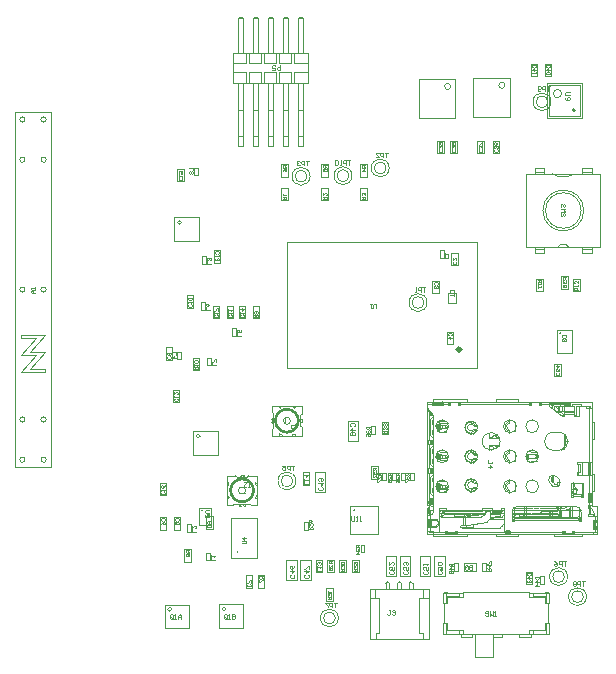
<source format=gbr>
%TF.GenerationSoftware,Altium Limited,Altium Designer,20.1.11 (218)*%
G04 Layer_Color=32768*
%FSLAX45Y45*%
%MOMM*%
%TF.SameCoordinates,C7425212-4277-447C-8971-9BA6FDDE4791*%
%TF.FilePolarity,Positive*%
%TF.FileFunction,Other,Mechanical_7*%
%TF.Part,Single*%
G01*
G75*
%TA.AperFunction,NonConductor*%
%ADD51C,0.20000*%
%ADD64C,0.10000*%
%ADD85C,0.15000*%
%ADD112C,0.30000*%
%ADD187C,0.03000*%
%ADD188C,0.01000*%
%ADD189C,0.05080*%
%ADD190C,0.05000*%
%ADD191C,0.07620*%
D51*
X2920000Y1115000D02*
G03*
X2920000Y1115000I-5000J0D01*
G01*
X4663502Y2612998D02*
G03*
X4663502Y2612998I-5000J0D01*
G01*
X4790000Y4500000D02*
G03*
X4790000Y4500000I-10000J0D01*
G01*
D64*
X3214840Y493902D02*
G03*
X3184840Y493902I-15000J0D01*
G01*
X3314721Y493925D02*
G03*
X3284721Y493925I-15000J0D01*
G01*
X3414721D02*
G03*
X3384721Y493925I-15000J0D01*
G01*
X3536200Y2870000D02*
G03*
X3536200Y2870000I-76200J0D01*
G01*
X3510000D02*
G03*
X3510000Y2870000I-50000J0D01*
G01*
X4599006Y3959998D02*
G03*
X4780994Y3959998I90994J146112D01*
G01*
X4734139Y3340002D02*
G03*
X4645861Y3340002I-44139J-23489D01*
G01*
X4840000Y3650000D02*
G03*
X4840000Y3650000I-150000J0D01*
G01*
X4862130D02*
G03*
X4862130Y3650000I-172130J0D01*
G01*
X3735000Y4700000D02*
G03*
X3735000Y4700000I-25000J0D01*
G01*
X4560001Y4570001D02*
G03*
X4560001Y4570001I-50000J0D01*
G01*
X4586201D02*
G03*
X4586201Y4570001I-76200J0D01*
G01*
X1457677Y3550001D02*
G03*
X1457677Y3550001I-17677J0D01*
G01*
X2901200Y3945000D02*
G03*
X2901200Y3945000I-76200J0D01*
G01*
X2875000D02*
G03*
X2875000Y3945000I-50000J0D01*
G01*
X312500Y1880000D02*
G03*
X312500Y1880000I-22500J0D01*
G01*
X132500D02*
G03*
X132500Y1880000I-22500J0D01*
G01*
X312500Y4080000D02*
G03*
X312500Y4080000I-22500J0D01*
G01*
X132500D02*
G03*
X132500Y4080000I-22500J0D01*
G01*
X312500Y4419998D02*
G03*
X312500Y4419998I-22500J0D01*
G01*
Y2980000D02*
G03*
X312500Y2980000I-22500J0D01*
G01*
X132500Y4419998D02*
G03*
X132500Y4419998I-22500J0D01*
G01*
Y2980000D02*
G03*
X132500Y2980000I-22500J0D01*
G01*
X312500Y1540002D02*
G03*
X312500Y1540002I-22500J0D01*
G01*
X132500D02*
G03*
X132500Y1540002I-22500J0D01*
G01*
X1617685Y1739992D02*
G03*
X1617685Y1739992I-17677J0D01*
G01*
X4675000Y4640000D02*
G03*
X4675000Y4640000I-35000J0D01*
G01*
X4195000Y4710000D02*
G03*
X4195000Y4710000I-25000J0D01*
G01*
X2520000Y3940000D02*
G03*
X2520000Y3940000I-50000J0D01*
G01*
X2546200D02*
G03*
X2546200Y3940000I-76200J0D01*
G01*
X3190000Y4010000D02*
G03*
X3190000Y4010000I-50000J0D01*
G01*
X3216200D02*
G03*
X3216200Y4010000I-76200J0D01*
G01*
X2759999Y199998D02*
G03*
X2759999Y199998I-50000J0D01*
G01*
X2786199D02*
G03*
X2786199Y199998I-76200J0D01*
G01*
X2399999Y1359998D02*
G03*
X2399999Y1359998I-50000J0D01*
G01*
X2426199D02*
G03*
X2426199Y1359998I-76200J0D01*
G01*
X4860000Y380000D02*
G03*
X4860000Y380000I-50000J0D01*
G01*
X4886200D02*
G03*
X4886200Y380000I-76200J0D01*
G01*
X4700000Y550000D02*
G03*
X4700000Y550000I-50000J0D01*
G01*
X4726200D02*
G03*
X4726200Y550000I-76200J0D01*
G01*
X1377677Y272501D02*
G03*
X1377677Y272501I-17678J0D01*
G01*
X1833176Y274998D02*
G03*
X1833176Y274998I-17678J0D01*
G01*
X2002500Y457500D02*
Y562498D01*
X2057501Y457500D02*
Y562498D01*
X2002500D02*
X2057501D01*
X2002500Y457500D02*
X2057501D01*
X3962001Y2319999D02*
Y3379997D01*
X2352002D02*
X3962001D01*
X2352002Y2319999D02*
Y3379997D01*
Y2319999D02*
X3962001D01*
X2880998Y910998D02*
X3119001D01*
X2880998Y1149001D02*
X3119001D01*
Y910998D02*
Y1149001D01*
X2880998Y910998D02*
Y1149001D01*
X4467502Y4787500D02*
Y4892498D01*
X4412501Y4787500D02*
Y4892498D01*
Y4787500D02*
X4467502D01*
X4412501Y4892498D02*
X4467502D01*
X4587500Y4787500D02*
Y4892498D01*
X4532499Y4787500D02*
Y4892498D01*
Y4787500D02*
X4587500D01*
X4532499Y4892498D02*
X4587500D01*
X3186501Y1368502D02*
Y1431499D01*
X3153501Y1368502D02*
Y1431499D01*
Y1368502D02*
X3186501D01*
X3153501Y1431499D02*
X3186501D01*
X3426502Y1368501D02*
Y1431498D01*
X3393502Y1368501D02*
Y1431498D01*
Y1368501D02*
X3426502D01*
X3393502Y1431498D02*
X3426502D01*
X3185002Y555000D02*
X3274999D01*
X3185002Y725002D02*
X3274999D01*
Y555000D02*
Y725002D01*
X3185002Y555000D02*
Y725002D01*
X3050003Y19998D02*
X3550002D01*
Y444996D01*
X3050003Y19998D02*
Y444996D01*
X3097313Y369050D02*
Y444996D01*
X3050003Y369050D02*
X3097313D01*
X3128356D01*
Y71656D02*
Y369050D01*
X3101143Y71656D02*
X3128356D01*
X3101143Y19998D02*
Y71656D01*
X3502691Y369050D02*
X3550002D01*
X3471648D02*
X3502691D01*
X3471648Y71656D02*
Y369050D01*
Y71656D02*
X3498861D01*
Y19998D02*
Y71656D01*
X3214838Y444996D02*
Y493901D01*
X3184841Y444996D02*
Y493901D01*
X3314721Y444996D02*
Y493926D01*
X3284719Y444996D02*
Y493926D01*
X3384719Y444996D02*
Y493926D01*
X3414721Y444996D02*
Y493926D01*
X3050003Y444996D02*
X3502691D01*
Y369050D02*
Y444996D01*
X3550002D01*
X1503509Y928508D02*
Y991510D01*
X1536508Y928508D02*
Y991510D01*
X1503509D02*
X1536508D01*
X1503509Y928508D02*
X1536508D01*
X3474998Y555000D02*
X3565000D01*
X3474998Y725002D02*
X3565000D01*
Y555000D02*
Y725002D01*
X3474998Y555000D02*
Y725002D01*
X2345000Y525002D02*
X2435002D01*
X2345000Y694999D02*
X2435002D01*
Y525002D02*
Y694999D01*
X2345000Y525002D02*
Y694999D01*
X3763501Y661501D02*
X3796501D01*
X3763501Y598499D02*
X3796501D01*
X3763501D02*
Y661501D01*
X3796501Y598499D02*
Y661501D01*
X3847501Y662502D02*
X3952500D01*
X3847501Y597498D02*
X3952500D01*
Y662502D01*
X3847501Y597498D02*
Y662502D01*
X4003499Y598501D02*
X4036499D01*
X4003499Y661498D02*
X4036499D01*
Y598501D02*
Y661498D01*
X4003499Y598501D02*
Y661498D01*
X3594999Y555001D02*
X3685002D01*
X3594999Y724998D02*
X3685002D01*
Y555001D02*
Y724998D01*
X3594999Y555001D02*
Y724998D01*
X3672751Y323644D02*
Y413078D01*
Y65270D02*
Y154704D01*
X3682368Y60307D02*
Y65270D01*
Y154704D02*
Y323644D01*
Y413078D02*
Y418051D01*
X3697603Y65270D02*
Y154704D01*
Y323644D02*
Y413078D01*
X3702566D02*
Y418051D01*
Y60307D02*
Y65270D01*
X3703236Y323644D02*
Y381770D01*
Y96573D02*
Y154704D01*
X3804923Y383263D02*
Y413078D01*
Y65270D02*
Y95085D01*
X3821814Y40419D02*
Y65270D01*
X3946025Y-133474D02*
X4095092D01*
X3841692Y60307D02*
Y65270D01*
Y413078D02*
Y418051D01*
X3842850Y381770D02*
Y418051D01*
Y60307D02*
Y96573D01*
X3921189Y40419D02*
Y60307D01*
X3946025Y-133474D02*
Y60307D01*
X3821814Y40419D02*
X3921189D01*
X4095092D02*
X4169621D01*
X4318673D02*
X4418058D01*
X3682368Y60307D02*
X3702566D01*
X3841692D02*
X3842850D01*
X4397012D01*
X4398180D01*
X4537306D02*
X4557494D01*
X3672751Y65270D02*
X3842850D01*
X4397012D02*
X4567111D01*
X3697603Y95085D02*
X3804923D01*
X4434939D02*
X4542270D01*
X3703236Y96573D02*
X3842850D01*
X4397012D02*
X4536626D01*
X4095092Y-133474D02*
Y60307D01*
X4557494Y154704D02*
X4567111D01*
X4536626D02*
X4557494D01*
X3672751D02*
X3682368D01*
X3703236D01*
X4169621Y40419D02*
Y60307D01*
X4557494Y323644D02*
X4567111D01*
X4536626D02*
X4557494D01*
X3672751D02*
X3682368D01*
X3703236D01*
X4318673Y40419D02*
Y60307D01*
X4397012Y381770D02*
X4536626D01*
X3703236D02*
X3842850D01*
X4434939Y383263D02*
X4542270D01*
X3697603D02*
X3804923D01*
X4397012Y381770D02*
Y418051D01*
Y60307D02*
Y96573D01*
X4398180Y60307D02*
Y65270D01*
Y413078D02*
Y418051D01*
X4397012Y413078D02*
X4567111D01*
X3672751D02*
X3842850D01*
Y418051D02*
X4397012D01*
X3682368D02*
X3702566D01*
X3841692D02*
X3842850D01*
X4397012D02*
X4398180D01*
X4537306D02*
X4557494D01*
X4418058Y40419D02*
Y65270D01*
X4434939Y383263D02*
Y413078D01*
Y65270D02*
Y95085D01*
X4536626Y96573D02*
Y154704D01*
Y323644D02*
Y381770D01*
X4537306Y60307D02*
Y65270D01*
Y413078D02*
Y418051D01*
X4542270Y65270D02*
Y154704D01*
Y323644D02*
Y413078D01*
X4557494D02*
Y418051D01*
Y154704D02*
Y323644D01*
Y60307D02*
Y65270D01*
X4567111Y323644D02*
Y413078D01*
Y65270D02*
Y154704D01*
X4427501Y487500D02*
Y592498D01*
X4372500Y487500D02*
Y592498D01*
Y487500D02*
X4427501D01*
X4372500Y592498D02*
X4427501D01*
X4633503Y2441999D02*
X4766502D01*
Y2637996D01*
X4633503D02*
X4766502D01*
X4633503Y2441999D02*
Y2637996D01*
X4772499Y2967501D02*
X4827501D01*
X4772499Y3072499D02*
X4827501D01*
X4772499Y2967501D02*
Y3072499D01*
X4827501Y2967501D02*
Y3072499D01*
X4727498Y2987497D02*
Y3092501D01*
X4672502Y2987497D02*
Y3092501D01*
Y2987497D02*
X4727498D01*
X4672502Y3092501D02*
X4727498D01*
X4612501Y2247500D02*
Y2352498D01*
X4667502Y2247500D02*
Y2352498D01*
X4612501D02*
X4667502D01*
X4612501Y2247500D02*
X4667502D01*
X4375001Y3340000D02*
Y3959998D01*
Y3340000D02*
X5004998D01*
Y3959998D01*
X4375001D02*
X5004998D01*
X4450673D02*
Y4010016D01*
X4529362Y3959998D02*
Y4010016D01*
X4450673D02*
X4529362D01*
X4450673Y3980014D02*
X4529362D01*
X4929326Y3959998D02*
Y4010016D01*
X4850637Y3959998D02*
Y4010016D01*
X4929326D01*
X4850637Y3980014D02*
X4929326D01*
X4450673Y3289987D02*
Y3340000D01*
X4529362Y3289987D02*
Y3340000D01*
X4450673Y3289987D02*
X4529362D01*
X4450673Y3319984D02*
X4529362D01*
X4929326Y3289987D02*
Y3340000D01*
X4850637Y3289987D02*
Y3340000D01*
Y3289987D02*
X4929326D01*
X4850637Y3319984D02*
X4929326D01*
X4462502Y2967500D02*
Y3072498D01*
X4517498Y2967500D02*
Y3072498D01*
X4462502Y2967500D02*
X4517498D01*
X4462502Y3072498D02*
X4517498D01*
X3464998Y4435002D02*
Y4764999D01*
X3775000Y4435002D02*
Y4764999D01*
X3464998Y4435002D02*
X3775000D01*
X3464998Y4764999D02*
X3775000D01*
X1883506Y2588510D02*
Y2651507D01*
X1916506Y2588510D02*
Y2651507D01*
X1883506D02*
X1916506D01*
X1883506Y2588510D02*
X1916506D01*
X1664999Y957499D02*
Y1062503D01*
X1720000Y957499D02*
Y1062503D01*
X1664999D02*
X1720000D01*
X1664999Y957499D02*
X1720000D01*
X1603749Y987501D02*
X1708748D01*
X1603749Y1132499D02*
X1708748D01*
Y987501D02*
Y1132499D01*
X1603749Y987501D02*
Y1132499D01*
X1422501Y3897498D02*
Y4002502D01*
X1477502Y3897498D02*
Y4002502D01*
X1422501D02*
X1477502D01*
X1422501Y3897498D02*
X1477502D01*
X2062502Y2737501D02*
Y2842499D01*
X2117503Y2737501D02*
Y2842499D01*
X2062502D02*
X2117503D01*
X2062502Y2737501D02*
X2117503D01*
X1502497Y2827501D02*
X1557498D01*
X1502497Y2932499D02*
X1557498D01*
Y2827501D02*
Y2932499D01*
X1502497Y2827501D02*
Y2932499D01*
X1397501Y3387501D02*
Y3592499D01*
X1602499Y3387501D02*
Y3592499D01*
X1397501D02*
X1602499D01*
X1397501Y3387501D02*
X1602499D01*
X1382498Y2027500D02*
Y2132498D01*
X1437500Y2027500D02*
Y2132498D01*
X1382498D02*
X1437500D01*
X1382498Y2027500D02*
X1437500D01*
X2302501Y3737500D02*
Y3842499D01*
X2357502Y3737500D02*
Y3842499D01*
X2302501D02*
X2357502D01*
X2302501Y3737500D02*
X2357502D01*
X1722501Y2737501D02*
Y2842499D01*
X1777502Y2737501D02*
Y2842499D01*
X1722501D02*
X1777502D01*
X1722501Y2737501D02*
X1777502D01*
X2642501Y3737502D02*
X2697502D01*
X2642501Y3842501D02*
X2697502D01*
Y3737502D02*
Y3842501D01*
X2642501Y3737502D02*
Y3842501D01*
X2972499Y3737502D02*
Y3842501D01*
X3027500Y3737502D02*
Y3842501D01*
X2972499D02*
X3027500D01*
X2972499Y3737502D02*
X3027500D01*
X1596494Y3948491D02*
Y4011493D01*
X1563489Y3948491D02*
Y4011493D01*
Y3948491D02*
X1596494D01*
X1563489Y4011493D02*
X1596494D01*
X1623500Y2810000D02*
Y2873002D01*
X1656505Y2810000D02*
Y2873002D01*
X1623500D02*
X1656505D01*
X1623500Y2810000D02*
X1656505D01*
X1842501Y2737499D02*
Y2842503D01*
X1897502Y2737499D02*
Y2842503D01*
X1842501D02*
X1897502D01*
X1842501Y2737499D02*
X1897502D01*
X99999Y2279998D02*
X228503Y2424001D01*
X99999D02*
X228503Y2567999D01*
X171500Y2456000D02*
X299999Y2599998D01*
X171500Y2312002D02*
X299999Y2456000D01*
Y2279998D02*
Y2312002D01*
X99999Y2567999D02*
Y2599998D01*
Y2424001D02*
X228503D01*
X171500Y2456000D02*
X299999D01*
X99999Y2599998D02*
X299999D01*
X99999Y2279998D02*
X299999D01*
X99999Y2567999D02*
X228503D01*
X171500Y2312002D02*
X299999D01*
X50002Y1480000D02*
X350001D01*
Y4479999D01*
X50002D02*
X350001D01*
X50002Y1480000D02*
Y4479999D01*
X1557507Y1577494D02*
Y1782492D01*
X1762510Y1577494D02*
Y1782492D01*
X1557507D02*
X1762510D01*
X1557507Y1577494D02*
X1762510D01*
X1423493Y2451490D02*
X1456493D01*
X1423493Y2388493D02*
X1456493D01*
X1423493D02*
Y2451490D01*
X1456493Y2388493D02*
Y2451490D01*
X1322501Y2387502D02*
Y2492500D01*
X1377502Y2387502D02*
Y2492500D01*
X1322501D02*
X1377502D01*
X1322501Y2387502D02*
X1377502D01*
X4493498Y551497D02*
X4526503D01*
X4493498Y488500D02*
X4526503D01*
X4493498D02*
Y551497D01*
X4526503Y488500D02*
Y551497D01*
X4549998Y4730001D02*
X4849998D01*
X4549998Y4430001D02*
X4849998D01*
Y4730001D01*
X4549998Y4430001D02*
Y4730001D01*
X4569998Y4450001D02*
Y4710001D01*
X4829998Y4450001D02*
Y4710001D01*
X4569998Y4450001D02*
X4829998D01*
X4569998Y4710001D02*
X4829998D01*
X3924999Y4774999D02*
X4235001D01*
X3924999Y4445002D02*
X4235001D01*
Y4774999D01*
X3924999Y4445002D02*
Y4774999D01*
X1633510Y3198510D02*
X1666510D01*
X1633510Y3261507D02*
X1666510D01*
Y3198510D02*
Y3261507D01*
X1633510Y3198510D02*
Y3261507D01*
X1732503Y3312498D02*
X1787499D01*
X1732503Y3207500D02*
X1787499D01*
X1732503D02*
Y3312498D01*
X1787499Y3207500D02*
Y3312498D01*
X1942497Y2737501D02*
X1997498D01*
X1942497Y2842499D02*
X1997498D01*
Y2737501D02*
Y2842499D01*
X1942497Y2737501D02*
Y2842499D01*
X1673510Y2338508D02*
X1706509D01*
X1673510Y2401510D02*
X1706509D01*
Y2338508D02*
Y2401510D01*
X1673510Y2338508D02*
Y2401510D01*
X1552499Y2297502D02*
X1607500D01*
X1552499Y2402500D02*
X1607500D01*
Y2297502D02*
Y2402500D01*
X1552499Y2297502D02*
Y2402500D01*
X1272502Y1237501D02*
X1327498D01*
X1272502Y1342505D02*
X1327498D01*
Y1237501D02*
Y1342505D01*
X1272502Y1237501D02*
Y1342505D01*
X1392500Y1052501D02*
X1447501D01*
X1392500Y947498D02*
X1447501D01*
X1392500D02*
Y1052501D01*
X1447501Y947498D02*
Y1052501D01*
X1663506Y688507D02*
X1696510D01*
X1663506Y751509D02*
X1696510D01*
Y688507D02*
Y751509D01*
X1663506Y688507D02*
Y751509D01*
X2102498Y562498D02*
X2157499D01*
X2102498Y457500D02*
X2157499D01*
X2102498D02*
Y562498D01*
X2157499Y457500D02*
Y562498D01*
X1482499Y782499D02*
X1537500D01*
X1482499Y677500D02*
X1537500D01*
X1482499D02*
Y782499D01*
X1537500Y677500D02*
Y782499D01*
X1272502Y1052498D02*
X1327498D01*
X1272502Y947499D02*
X1327498D01*
X1272502D02*
Y1052498D01*
X1327498Y947499D02*
Y1052498D01*
X2972500Y4042498D02*
X3027501D01*
X2972500Y3937499D02*
X3027501D01*
X2972500D02*
Y4042498D01*
X3027501Y3937499D02*
Y4042498D01*
X3702500Y2622500D02*
X3757501D01*
X3702500Y2517501D02*
X3757501D01*
X3702500D02*
Y2622500D01*
X3757501Y2517501D02*
Y2622500D01*
X3582501Y3052499D02*
X3637502D01*
X3582501Y2947500D02*
X3637502D01*
X3582501D02*
Y3052499D01*
X3637502Y2947500D02*
Y3052499D01*
X3717503Y2950498D02*
X3782502D01*
X3717503Y2865499D02*
X3782502D01*
X3717503D02*
Y2950498D01*
X3782502Y2865499D02*
Y2950498D01*
X2642501Y4042500D02*
X2697498D01*
X2642501Y3937501D02*
X2697498D01*
X2642501D02*
Y4042500D01*
X2697498Y3937501D02*
Y4042500D01*
X2302501D02*
X2357502D01*
X2302501Y3937501D02*
X2357502D01*
X2302501D02*
Y4042500D01*
X2357502Y3937501D02*
Y4042500D01*
X3742499Y3187498D02*
X3797500D01*
X3742499Y3292501D02*
X3797500D01*
Y3187498D02*
Y3292501D01*
X3742499Y3187498D02*
Y3292501D01*
X3643500Y3248499D02*
Y3311501D01*
X3676499Y3248499D02*
Y3311501D01*
X3643500D02*
X3676499D01*
X3643500Y3248499D02*
X3676499D01*
X2482499Y1327500D02*
Y1432498D01*
X2537500Y1327500D02*
Y1432498D01*
X2482499D02*
X2537500D01*
X2482499Y1327500D02*
X2537500D01*
X2592500Y587499D02*
Y692497D01*
X2647501Y587499D02*
Y692497D01*
X2592500D02*
X2647501D01*
X2592500Y587499D02*
X2647501D01*
X3305001Y555002D02*
Y724999D01*
X3394998Y555002D02*
Y724999D01*
X3305001D02*
X3394998D01*
X3305001Y555002D02*
X3394998D01*
X3313498Y1431503D02*
X3346498D01*
X3313498Y1368500D02*
X3346498D01*
X3313498D02*
Y1431503D01*
X3346498Y1368500D02*
Y1431503D01*
X2692499Y692499D02*
X2747500D01*
X2692499Y587501D02*
X2747500D01*
X2692499D02*
Y692499D01*
X2747500Y587501D02*
Y692499D01*
X3243497Y1430002D02*
X3276497D01*
X3243497Y1367000D02*
X3276497D01*
X3243497D02*
Y1430002D01*
X3276497Y1367000D02*
Y1430002D01*
X2493499Y948501D02*
X2526499D01*
X2493499Y1011498D02*
X2526499D01*
Y948501D02*
Y1011498D01*
X2493499Y948501D02*
Y1011498D01*
X2792499Y587499D02*
X2847500D01*
X2792499Y692498D02*
X2847500D01*
Y587499D02*
Y692498D01*
X2792499Y587499D02*
Y692498D01*
X3062501Y1482500D02*
X3117502D01*
X3062501Y1377502D02*
X3117502D01*
X3062501D02*
Y1482500D01*
X3117502Y1377502D02*
Y1482500D01*
X2902500Y587500D02*
X2957501D01*
X2902500Y692498D02*
X2957501D01*
Y587500D02*
Y692498D01*
X2902500Y587500D02*
Y692498D01*
X2682502Y347502D02*
X2737498D01*
X2682502Y452500D02*
X2737498D01*
Y347502D02*
Y452500D01*
X2682502Y347502D02*
Y452500D01*
X2973499Y821498D02*
X3006499D01*
X2973499Y758501D02*
X3006499D01*
X2973499D02*
Y821498D01*
X3006499Y758501D02*
Y821498D01*
X2955000Y1695000D02*
Y1864998D01*
X2865003Y1695000D02*
Y1864998D01*
Y1695000D02*
X2955000D01*
X2865003Y1864998D02*
X2955000D01*
X3063499Y1821499D02*
X3096499D01*
X3063499Y1758502D02*
X3096499D01*
X3063499D02*
Y1821499D01*
X3096499Y1758502D02*
Y1821499D01*
X2464999Y524999D02*
Y695001D01*
X2555001Y524999D02*
Y695001D01*
X2464999D02*
X2555001D01*
X2464999Y524999D02*
X2555001D01*
X3152498Y1757500D02*
X3207499D01*
X3152498Y1862498D02*
X3207499D01*
Y1757500D02*
Y1862498D01*
X3152498Y1757500D02*
Y1862498D01*
X2585002Y1265003D02*
Y1435000D01*
X2674999Y1265003D02*
Y1435000D01*
X2585002D02*
X2674999D01*
X2585002Y1265003D02*
X2674999D01*
X3622502Y4137501D02*
X3677503D01*
X3622502Y4242499D02*
X3677503D01*
Y4137501D02*
Y4242499D01*
X3622502Y4137501D02*
Y4242499D01*
X3732501Y4137500D02*
X3787502D01*
X3732501Y4242498D02*
X3787502D01*
Y4137500D02*
Y4242498D01*
X3732501Y4137500D02*
Y4242498D01*
X3962498Y4137501D02*
X4017499D01*
X3962498Y4242499D02*
X4017499D01*
Y4137501D02*
Y4242499D01*
X3962498Y4137501D02*
Y4242499D01*
X4092499Y4137500D02*
X4147500D01*
X4092499Y4242498D02*
X4147500D01*
Y4137500D02*
Y4242498D01*
X4092499Y4137500D02*
Y4242498D01*
X1320000Y112502D02*
Y312502D01*
X1520000Y112502D02*
Y312502D01*
X1320000D02*
X1520000D01*
X1320000Y112502D02*
X1520000D01*
X1775497Y114999D02*
Y314998D01*
X1975497Y114999D02*
Y314998D01*
X1775497D02*
X1975497D01*
X1775497Y114999D02*
X1975497D01*
X2444500Y4503800D02*
X2484500D01*
X2444500Y4199798D02*
X2484500D01*
X2444500Y4280799D02*
X2484500D01*
X2444500Y4199798D02*
Y4732797D01*
X2484500Y4199798D02*
Y4732797D01*
X2444500Y5277998D02*
X2484500D01*
X2444500D02*
X2456499Y5290002D01*
X2472496D02*
X2484500Y5277998D01*
X2456499Y5290002D02*
X2472496D01*
X2484500Y4984998D02*
Y5277998D01*
X1893498Y4900000D02*
X2007300D01*
X2032700D02*
X2134300D01*
X1893498Y4820000D02*
X2007300D01*
X2032700D02*
X2134300D01*
X2159700Y4900000D02*
X2261300D01*
X2159700Y4820000D02*
X2261300D01*
X2134300Y4900000D02*
Y4984998D01*
Y4732797D02*
Y4820000D01*
X2286700D02*
X2388300D01*
X2286700Y4900000D02*
X2388300D01*
X2413700D02*
X2527497D01*
X2413700Y4820000D02*
X2527497D01*
X2032700Y4900000D02*
Y4984998D01*
Y4732797D02*
Y4820000D01*
X2159700Y4732797D02*
Y4820000D01*
Y4900000D02*
Y4984998D01*
X2007300Y4732797D02*
Y4820000D01*
Y4900000D02*
Y4984998D01*
X2388300Y4732797D02*
Y4820000D01*
Y4900000D02*
Y4984998D01*
X2413700Y4732797D02*
Y4820000D01*
Y4900000D02*
Y4984998D01*
X2261300Y4732797D02*
Y4820000D01*
Y4900000D02*
Y4984998D01*
X2286700Y4732797D02*
Y4820000D01*
Y4900000D02*
Y4984998D01*
X1893498D02*
X2527497D01*
X1893498Y4732797D02*
X2527497D01*
Y4984998D01*
X1893498Y4732797D02*
Y4984998D01*
X2444500D02*
Y5277998D01*
X2317500Y4984998D02*
Y5277998D01*
X2357500Y4984998D02*
Y5277998D01*
X2329499Y5290002D02*
X2345496D01*
X2357500Y5277998D01*
X2317500D02*
X2329499Y5290002D01*
X2317500Y5277998D02*
X2357500D01*
Y4199798D02*
Y4732797D01*
X2317500Y4199798D02*
Y4732797D01*
Y4280799D02*
X2357500D01*
X2317500Y4199798D02*
X2357500D01*
X2317500Y4503800D02*
X2357500D01*
X2190500Y4984998D02*
Y5277998D01*
X2230500Y4984998D02*
Y5277998D01*
X2202499Y5290002D02*
X2218496D01*
X2230500Y5277998D01*
X2190500D02*
X2202499Y5290002D01*
X2190500Y5277998D02*
X2230500D01*
Y4199798D02*
Y4732797D01*
X2190500Y4199798D02*
Y4732797D01*
Y4280799D02*
X2230500D01*
X2190500Y4199798D02*
X2230500D01*
X2190500Y4503800D02*
X2230500D01*
X2063500Y4984998D02*
Y5277998D01*
X2103500Y4984998D02*
Y5277998D01*
X2075499Y5290002D02*
X2091496D01*
X2103500Y5277998D01*
X2063500D02*
X2075499Y5290002D01*
X2063500Y5277998D02*
X2103500D01*
Y4199798D02*
Y4732797D01*
X2063500Y4199798D02*
Y4732797D01*
Y4280799D02*
X2103500D01*
X2063500Y4199798D02*
X2103500D01*
X2063500Y4503800D02*
X2103500D01*
X1936500Y4984998D02*
Y5277998D01*
X1976500Y4984998D02*
Y5277998D01*
X1948499Y5290002D02*
X1964496D01*
X1976500Y5277998D01*
X1936500D02*
X1948499Y5290002D01*
X1936500Y5277998D02*
X1976500D01*
Y4199798D02*
Y4732797D01*
X1936500Y4199798D02*
Y4732797D01*
Y4280799D02*
X1976500D01*
X1936500Y4199798D02*
X1976500D01*
X1936500Y4503800D02*
X1976500D01*
D85*
X1932511Y758286D02*
G03*
X1932511Y758286I-5000J0D01*
G01*
X1631250Y1110000D02*
G03*
X1631250Y1110000I-5000J0D01*
G01*
D112*
X3822002Y2474998D02*
G03*
X3822002Y2474998I-15000J0D01*
G01*
D187*
X4633643Y1396695D02*
G03*
X4576891Y1339943I-28526J-28226D01*
G01*
X3964419Y1324679D02*
G03*
X3964419Y1324679I-55000J0D01*
G01*
X3540119Y1203623D02*
G03*
X3590032Y1135643I71250J0D01*
G01*
X4604843Y1770725D02*
G03*
X4604843Y1620725I0J-75000D01*
G01*
X3964419Y1812525D02*
G03*
X3964419Y1812525I-55000J0D01*
G01*
Y1568625D02*
G03*
X3964419Y1568625I-55000J0D01*
G01*
X3540044Y1988596D02*
G03*
X3556119Y1954124I45000J0D01*
G01*
X4597220Y1320462D02*
G03*
X4653125Y1376366I28228J27677D01*
G01*
X4604119Y1408553D02*
G03*
X4588749Y1356884I27862J-36408D01*
G01*
X4617119Y1406859D02*
G03*
X4595526Y1361119I16191J-35610D01*
G01*
X4481966Y1314514D02*
G03*
X4481966Y1314514I-55000J0D01*
G01*
X4292619D02*
G03*
X4292619Y1314514I-55000J0D01*
G01*
X3940723Y1349625D02*
G03*
X3909419Y1364725I-31304J-24901D01*
G01*
X3900307Y1373888D02*
G03*
X3900307Y1275562I9112J-49163D01*
G01*
X3719619Y1314514D02*
G03*
X3719619Y1314514I-55000J0D01*
G01*
X4654843Y1620725D02*
G03*
X4654843Y1770725I0J75000D01*
G01*
X4481966Y1568625D02*
G03*
X4481966Y1568625I-55000J0D01*
G01*
Y1822725D02*
G03*
X4481966Y1822725I-55000J0D01*
G01*
X4382073Y1549161D02*
G03*
X4382073Y1588125I-42397J19482D01*
G01*
X4292619Y1822725D02*
G03*
X4292619Y1822725I-55000J0D01*
G01*
X4227266Y1607262D02*
G03*
X4227266Y1529988I10353J-38637D01*
G01*
X4227358Y1596815D02*
G03*
X4227358Y1540434I10261J-28191D01*
G01*
X4292619Y1568625D02*
G03*
X4292619Y1568625I-55000J0D01*
G01*
X4154640Y1695740D02*
G03*
X4154640Y1695740I-75000J0D01*
G01*
X3900307Y1861687D02*
G03*
X3900307Y1763362I9112J-49163D01*
G01*
X3935268Y1583851D02*
G03*
X3935268Y1553399I-25849J-15226D01*
G01*
X3900307Y1617787D02*
G03*
X3900307Y1519462I9112J-49163D01*
G01*
X3719619Y1568625D02*
G03*
X3719619Y1568625I-55000J0D01*
G01*
Y1822725D02*
G03*
X3719619Y1822725I-55000J0D01*
G01*
X3610423Y1557632D02*
G03*
X3610423Y1578808I-423J10588D01*
G01*
X3648619Y1585429D02*
G03*
X3637528Y1564408I29011J-28743D01*
G01*
X3637528Y1572878D02*
G03*
X3648539Y1552549I37993J7433D01*
G01*
X4381226Y1083291D02*
G03*
X4365132Y1077362I-2224J-18772D01*
G01*
X4381226Y1088375D02*
G03*
X4361744Y1081598I1808J-36587D01*
G01*
X4575197Y1078209D02*
G03*
X4565033Y1088374I-10165J0D01*
G01*
Y1056186D02*
G03*
X4575197Y1066351I0J10165D01*
G01*
X4565033Y1103620D02*
G03*
X4575197Y1113785I0J10165D01*
G01*
X4155067Y965554D02*
G03*
X4184713Y995625I-212J29859D01*
G01*
X4776724Y1343232D02*
G03*
X4806357Y1282887I38160J-18709D01*
G01*
X4211394Y940112D02*
G03*
X4230869Y940125I9733J5942D01*
G01*
X4950462Y969392D02*
G03*
X4945342Y980496I-14600J0D01*
G01*
X4840320Y1097691D02*
G03*
X4790344Y1147666I-49975J-0D01*
G01*
X4807285Y1051951D02*
G03*
X4819990Y1057033I-1825J22984D01*
G01*
X4840319Y1031125D02*
G03*
X4829119Y1017223I1351J-12551D01*
G01*
X4840319Y1031125D02*
G03*
X4825119Y1017125I-600J-14600D01*
G01*
X4829119Y1017223D02*
G03*
X4819990Y1031125I-11515J2387D01*
G01*
X4837119Y1017223D02*
G03*
X4819990Y1027387I-13646J-3482D01*
G01*
X4624119Y1128184D02*
G03*
X4667402Y1147556I-11735J84260D01*
G01*
X4640419Y1113785D02*
G03*
X4687119Y1147666I-16139J71371D01*
G01*
X4640869Y1103874D02*
G03*
X4649619Y1109875I-212J9690D01*
G01*
X4694369Y1128375D02*
G03*
X4740869Y1147666I-2290J71208D01*
G01*
X4715869Y1113785D02*
G03*
X4761869Y1147666I-11744J64112D01*
G01*
X4731619Y1051951D02*
G03*
X4745869Y1057033I-11042J53476D01*
G01*
X4740869Y1056875D02*
G03*
X4753074Y1051951I14073J17295D01*
G01*
X4665369Y1057034D02*
G03*
X4678535Y1051951I13795J16141D01*
G01*
X4645501Y1078209D02*
G03*
X4640419Y1083292I-5082J0D01*
G01*
Y1061268D02*
G03*
X4645501Y1066351I-0J5082D01*
G01*
X4649736Y1079480D02*
G03*
X4640419Y1088373I-9106J-212D01*
G01*
Y1056187D02*
G03*
X4649619Y1063125I132J9394D01*
G01*
X4406637Y1061269D02*
G03*
X4371369Y1047716I-2632J-45816D01*
G01*
X4406637Y1056187D02*
G03*
X4378619Y1047716I-1705J-44933D01*
G01*
X4570115Y1078209D02*
G03*
X4565033Y1083291I-5083J-0D01*
G01*
Y1061269D02*
G03*
X4570115Y1066351I0J5083D01*
G01*
X4174549Y1056186D02*
G03*
X4184713Y1064875I738J9426D01*
G01*
X4174549Y1103621D02*
G03*
X4184713Y1110820I265J10401D01*
G01*
X4305369Y1147666D02*
G03*
X4255017Y1097691I-188J-50163D01*
G01*
X4259119Y1117125D02*
G03*
X4296119Y1146875I-11956J52753D01*
G01*
X4306119Y1083292D02*
G03*
X4290619Y1078375I1442J-31437D01*
G01*
X4305839Y1088325D02*
G03*
X4286781Y1081598I-540J-28829D01*
G01*
X4275869Y1056511D02*
G03*
X4288051Y1051951I13058J16333D01*
G01*
X4331250Y1061269D02*
G03*
X4295369Y1047716I1539J-58351D01*
G01*
X4330369Y1056125D02*
G03*
X4303119Y1047716I2083J-55106D01*
G01*
X4275119Y1031124D02*
G03*
X4262619Y1017375I625J-13125D01*
G01*
X4342119Y1051951D02*
G03*
X4354544Y1056610I-2765J26276D01*
G01*
X4041564Y1012141D02*
G03*
X4065869Y1037625I-5161J29254D01*
G01*
X3990742Y1051104D02*
G03*
X4017972Y1071807I-1330J30009D01*
G01*
X4147995Y1060240D02*
G03*
X4154644Y1087950I297J14581D01*
G01*
X3915869Y1083291D02*
G03*
X3899262Y1077362I202J-26788D01*
G01*
X3916203Y1088373D02*
G03*
X3896721Y1081597I734J-33505D01*
G01*
X3829805Y986730D02*
G03*
X3829805Y965554I149J-10588D01*
G01*
X3879780Y968625D02*
G03*
X3873004Y974024I-6087J-688D01*
G01*
X3562989Y1071433D02*
G03*
X3590089Y1098533I0J27100D01*
G01*
X3634987Y1011293D02*
G03*
X3609576Y1036705I-25411J-0D01*
G01*
X3629905Y1011293D02*
G03*
X3609576Y1031622I-20329J0D01*
G01*
Y976565D02*
G03*
X3629905Y996047I424J19905D01*
G01*
X3609576Y971483D02*
G03*
X3634987Y996047I424J24988D01*
G01*
X3569765Y1041787D02*
G03*
X3569765Y1009875I20883J-15956D01*
G01*
X3640069Y1070625D02*
G03*
X3658119Y1051375I18650J-600D01*
G01*
X3662092Y1075668D02*
G03*
X3654768Y1064836I6323J-12167D01*
G01*
X3684962Y1103620D02*
G03*
X3678186Y1101079I113J-10606D01*
G01*
X3684962Y1113785D02*
G03*
X3671869Y1108875I579J-21454D01*
G01*
X4786109Y1343332D02*
G03*
X4808132Y1290815I28775J-18809D01*
G01*
X4604843Y1348414D02*
G03*
X4615008Y1338249I10165J0D01*
G01*
X4227358Y1342715D02*
G03*
X4227358Y1286334I10261J-28191D01*
G01*
X4227266Y1353162D02*
G03*
X4227266Y1275888I10353J-38637D01*
G01*
X3935268Y1339951D02*
G03*
X3935268Y1309499I-25849J-15226D01*
G01*
X3909419Y1284725D02*
G03*
X3940723Y1299824I0J40000D01*
G01*
X3564683Y1257146D02*
G03*
X3582683Y1239146I18000J0D01*
G01*
X3579930Y1272012D02*
G03*
X3589777Y1255965I18000J0D01*
G01*
Y1304959D02*
G03*
X3579930Y1288911I8153J-16047D01*
G01*
X3579905Y1358631D02*
G03*
X3589752Y1342584I18000J0D01*
G01*
X3698922Y1304376D02*
G03*
X3704444Y1309898I0J5522D01*
G01*
X3704460Y1319191D02*
G03*
X3698938Y1324713I-5522J0D01*
G01*
X3609576Y1310297D02*
G03*
X3612117Y1331473I318J10702D01*
G01*
X3637528Y1318767D02*
G03*
X3645619Y1299661I48215J9152D01*
G01*
X3645151Y1310297D02*
G03*
X3648539Y1300980I13521J-358D01*
G01*
X3649619Y1334125D02*
G03*
X3645151Y1320462I29526J-17217D01*
G01*
X3651504Y1332320D02*
G03*
X3637952Y1310721I16426J-25358D01*
G01*
X3644677Y1329779D02*
G03*
X3644304Y1329625I0J-527D01*
G01*
X4454071Y1550863D02*
G03*
X4463426Y1560219I0J9356D01*
G01*
X4448142Y1550855D02*
G03*
X4456611Y1559326I-1J8470D01*
G01*
X4387155D02*
G03*
X4391582Y1550788I15718J2733D01*
G01*
X3909419Y1528625D02*
G03*
X3940723Y1543724I0J40000D01*
G01*
X3564458Y1501940D02*
G03*
X3582458Y1483940I18000J0D01*
G01*
X3579705Y1516806D02*
G03*
X3589552Y1500758I18000J0D01*
G01*
Y1549752D02*
G03*
X3579705Y1533705I8153J-16047D01*
G01*
X3589752Y1391578D02*
G03*
X3579905Y1375530I8153J-16047D01*
G01*
X3582658Y1408396D02*
G03*
X3564658Y1390396I0J-18000D01*
G01*
X3698922Y1558486D02*
G03*
X3704444Y1564009I0J5522D01*
G01*
X3645152Y1562714D02*
G03*
X3650233Y1552549I12826J60D01*
G01*
X4463426Y1577113D02*
G03*
X4454071Y1586469I-9356J0D01*
G01*
X4456612Y1577325D02*
G03*
X4447619Y1586431I-9049J57D01*
G01*
X4391719Y1586469D02*
G03*
X4387255Y1577882I12025J-11704D01*
G01*
X4091540Y1651653D02*
G03*
X4084763Y1658429I-6776J0D01*
G01*
X4123726D02*
G03*
X4116950Y1651653I0J-6776D01*
G01*
Y1739827D02*
G03*
X4123726Y1733050I6776J0D01*
G01*
X4084763D02*
G03*
X4091540Y1739827I0J6776D01*
G01*
X3940723Y1593525D02*
G03*
X3909419Y1608625I-31304J-24901D01*
G01*
X3579955Y1760741D02*
G03*
X3589802Y1744693I18000J0D01*
G01*
X3564708Y1745875D02*
G03*
X3582708Y1727875I18000J0D01*
G01*
X3579680Y1603425D02*
G03*
X3589527Y1587377I18000J0D01*
G01*
Y1636371D02*
G03*
X3579680Y1620324I8153J-16047D01*
G01*
X3582433Y1653190D02*
G03*
X3564433Y1635190I0J-18000D01*
G01*
X3704460Y1573302D02*
G03*
X3698938Y1578824I-5522J0D01*
G01*
X3649328Y1585125D02*
G03*
X3645151Y1574572I8794J-9584D01*
G01*
X4227358Y1850916D02*
G03*
X4227358Y1794534I10261J-28191D01*
G01*
X4227266Y1861362D02*
G03*
X4227266Y1784088I10353J-38637D01*
G01*
X3909419Y1772525D02*
G03*
X3940723Y1787624I0J40000D01*
G01*
X3935268Y1827751D02*
G03*
X3935268Y1797299I-25849J-15226D01*
G01*
X3940723Y1837425D02*
G03*
X3909419Y1852525I-31304J-24901D01*
G01*
X3582683Y1897125D02*
G03*
X3564683Y1879125I0J-18000D01*
G01*
X3589777Y1880306D02*
G03*
X3579930Y1864259I8153J-16047D01*
G01*
Y1847360D02*
G03*
X3589777Y1831312I18000J0D01*
G01*
X3589802Y1793687D02*
G03*
X3579955Y1777640I8153J-16047D01*
G01*
X3590094Y1910596D02*
G03*
X3579378Y1933577I-30000J0D01*
G01*
X3704460Y1827412D02*
G03*
X3698938Y1832935I-5522J0D01*
G01*
X3698922Y1812597D02*
G03*
X3704444Y1818119I0J5522D01*
G01*
X3637528Y1826989D02*
G03*
X3646845Y1802425I112061J28458D01*
G01*
X3648619Y1836768D02*
G03*
X3650233Y1804119I26935J-15032D01*
G01*
X3647370Y1837125D02*
G03*
X3637528Y1818519I19480J-22210D01*
G01*
X3612117Y1805813D02*
G03*
X3609576Y1826989I-2233J10472D01*
G01*
X4628320Y1985625D02*
G03*
X4574350Y2009102I-57424J-58236D01*
G01*
X3640069Y2018419D02*
G03*
X3653548Y2024698I-1571J20979D01*
G01*
X3668598Y2031036D02*
G03*
X3653548Y2024698I0J-21037D01*
G01*
X3673257Y2021719D02*
G03*
X3658207Y2015381I0J-21037D01*
G01*
X3644728Y2009102D02*
G03*
X3658207Y2015381I-1571J20979D01*
G01*
X3596520D02*
G03*
X3609999Y2009102I15050J14699D01*
G01*
X3596520Y2015381D02*
G03*
X3581471Y2021719I-15050J-14699D01*
G01*
X3601179Y2024698D02*
G03*
X3586129Y2031036I-15050J-14699D01*
G01*
X3601179Y2024698D02*
G03*
X3614658Y2018419I15050J14699D01*
G01*
X2380285Y1869995D02*
G03*
X2349998Y1900282I-30287J1D01*
G01*
D02*
G03*
X2319710Y1869995I5J-30292D01*
G01*
Y1869994D02*
G03*
X2349998Y1839707I30292J5D01*
G01*
Y1839707D02*
G03*
X2380285Y1869995I1J30287D01*
G01*
X2329835Y1847422D02*
G03*
X2349997Y1839699I20137J22390D01*
G01*
X2349998Y1839699D02*
G03*
X2380285Y1869994I-6J30294D01*
G01*
D02*
G03*
X2349997Y1900282I-30287J1D01*
G01*
X2349998D02*
G03*
X2329835Y1892591I-45J-30156D01*
G01*
Y1847422D02*
G03*
X2349997Y1839699I20137J22390D01*
G01*
X2349998Y1839699D02*
G03*
X2380285Y1869994I-6J30294D01*
G01*
D02*
G03*
X2349997Y1900282I-30287J1D01*
G01*
X2349998D02*
G03*
X2329835Y1892591I-45J-30156D01*
G01*
X2220020Y1857370D02*
G03*
X2232636Y1869986I-3J12620D01*
G01*
X2232636Y1869987D02*
G03*
X2220020Y1882611I-12622J3D01*
G01*
Y1857370D02*
G03*
X2232636Y1869986I-3J12620D01*
G01*
X2232636Y1869987D02*
G03*
X2220020Y1882611I-12622J3D01*
G01*
X2469810Y1857378D02*
G03*
X2464843Y1852412I12J-4979D01*
G01*
Y1887585D02*
G03*
X2469810Y1882619I4979J12D01*
G01*
Y1857378D02*
G03*
X2464843Y1852412I12J-4979D01*
G01*
Y1887585D02*
G03*
X2469810Y1882619I4979J12D01*
G01*
X2439603Y1869995D02*
G03*
X2350005Y1959600I-89600J5D01*
G01*
Y1959600D02*
G03*
X2260400Y1869995I2J-89607D01*
G01*
X2260400Y1869995D02*
G03*
X2350005Y1780389I89612J7D01*
G01*
X2350005D02*
G03*
X2439602Y1869994I-8J89605D01*
G01*
X2439603Y1869995D02*
G03*
X2350005Y1959600I-89600J5D01*
G01*
Y1959600D02*
G03*
X2260400Y1869995I2J-89607D01*
G01*
X2260400Y1869995D02*
G03*
X2350005Y1780389I89612J7D01*
G01*
X2350005D02*
G03*
X2439602Y1869994I-8J89605D01*
G01*
X2446753D02*
G03*
X2350005Y1966742I-96753J-5D01*
G01*
X2350005Y1966743D02*
G03*
X2253258Y1869994I-5J-96743D01*
G01*
Y1869995D02*
G03*
X2350005Y1773247I96743J-6D01*
G01*
D02*
G03*
X2446753Y1869995I-5J96753D01*
G01*
X2455170Y1869994D02*
G03*
X2350005Y1975159I-105160J5D01*
G01*
Y1975159D02*
G03*
X2244833Y1869995I-6J-105166D01*
G01*
D02*
G03*
X2350005Y1764831I105166J2D01*
G01*
Y1764830D02*
G03*
X2455170Y1869994I5J105160D01*
G01*
X2285868Y1756857D02*
G03*
X2284795Y1753883I3201J-2836D01*
G01*
X2286603Y1757497D02*
G03*
X2285868Y1756857I2432J-3534D01*
G01*
X2287466Y1757973D02*
G03*
X2286604Y1757498I1974J-4599D01*
G01*
X2292373Y1758091D02*
G03*
X2287465Y1757973I-2297J-6566D01*
G01*
X2302394Y1753453D02*
G03*
X2301628Y1753882I-5537J-8968D01*
G01*
X2303039Y1753009D02*
G03*
X2302394Y1753453I-4793J-6277D01*
G01*
X2303573Y1752550D02*
G03*
X2303039Y1753009I-4243J-4398D01*
G01*
X2304602Y1751073D02*
G03*
X2303573Y1752550I-4076J-1744D01*
G01*
X2304786Y1750544D02*
G03*
X2304602Y1751073I-4233J-1173D01*
G01*
X2304905Y1749996D02*
G03*
X2304786Y1750545I-4994J-800D01*
G01*
X2304990Y1748836D02*
G03*
X2304906Y1749996I-7256J57D01*
G01*
X2285868Y1756857D02*
G03*
X2284795Y1753883I3201J-2836D01*
G01*
X2286603Y1757497D02*
G03*
X2285868Y1756857I2432J-3534D01*
G01*
X2287466Y1757973D02*
G03*
X2286604Y1757498I1974J-4599D01*
G01*
X2292373Y1758091D02*
G03*
X2287465Y1757973I-2297J-6566D01*
G01*
X2302394Y1753453D02*
G03*
X2301628Y1753882I-5537J-8968D01*
G01*
X2303039Y1753009D02*
G03*
X2302394Y1753453I-4793J-6277D01*
G01*
X2303573Y1752550D02*
G03*
X2303039Y1753009I-4243J-4398D01*
G01*
X2304602Y1751073D02*
G03*
X2303573Y1752550I-4076J-1744D01*
G01*
X2304786Y1750544D02*
G03*
X2304602Y1751073I-4233J-1173D01*
G01*
X2304905Y1749996D02*
G03*
X2304786Y1750545I-4994J-800D01*
G01*
X2304990Y1748836D02*
G03*
X2304906Y1749996I-7256J57D01*
G01*
X2415200Y1753883D02*
G03*
X2414127Y1756857I-4275J139D01*
G01*
X2414127Y1756857D02*
G03*
X2413392Y1757498I-3168J-2894D01*
G01*
D02*
G03*
X2412531Y1757973I-2836J-4122D01*
G01*
Y1757973D02*
G03*
X2407630Y1758091I-2606J-6429D01*
G01*
X2398375Y1753883D02*
G03*
X2397609Y1753453I4771J-9399D01*
G01*
Y1753453D02*
G03*
X2396964Y1753009I4148J-6721D01*
G01*
X2396964Y1753009D02*
G03*
X2396430Y1752550I3709J-4856D01*
G01*
X2396430D02*
G03*
X2395401Y1751073I3046J-3220D01*
G01*
D02*
G03*
X2395217Y1750545I4050J-1701D01*
G01*
X2395217D02*
G03*
X2395098Y1749996I4875J-1348D01*
G01*
X2395098D02*
G03*
X2395014Y1748836I7173J-1103D01*
G01*
X2415200Y1753883D02*
G03*
X2414127Y1756857I-4275J139D01*
G01*
X2414127Y1756857D02*
G03*
X2413392Y1757498I-3168J-2894D01*
G01*
D02*
G03*
X2412531Y1757973I-2836J-4122D01*
G01*
Y1757973D02*
G03*
X2407630Y1758091I-2606J-6429D01*
G01*
X2398375Y1753883D02*
G03*
X2397609Y1753453I4771J-9399D01*
G01*
Y1753453D02*
G03*
X2396964Y1753009I4148J-6721D01*
G01*
X2396964Y1753009D02*
G03*
X2396430Y1752550I3709J-4856D01*
G01*
X2396430D02*
G03*
X2395401Y1751073I3046J-3220D01*
G01*
D02*
G03*
X2395217Y1750545I4050J-1701D01*
G01*
X2395217D02*
G03*
X2395098Y1749996I4875J-1348D01*
G01*
X2395098D02*
G03*
X2395014Y1748836I7173J-1103D01*
G01*
X2284795Y1986098D02*
G03*
X2285868Y1983126I4269J-139D01*
G01*
X2285868D02*
G03*
X2286603Y1982486I3163J2893D01*
G01*
X2286603Y1982486D02*
G03*
X2287465Y1982011I2834J4126D01*
G01*
X2287465D02*
G03*
X2292373Y1981890I2615J6476D01*
G01*
X2301628Y1986099D02*
G03*
X2302394Y1986528I-4771J9399D01*
G01*
D02*
G03*
X2303039Y1986972I-4148J6721D01*
G01*
D02*
G03*
X2303573Y1987431I-3709J4857D01*
G01*
D02*
G03*
X2304602Y1988908I-3046J3220D01*
G01*
D02*
G03*
X2304786Y1989436I-4050J1702D01*
G01*
D02*
G03*
X2304905Y1989985I-4875J1348D01*
G01*
D02*
G03*
X2304989Y1991145I-7172J1103D01*
G01*
X2284795Y1986098D02*
G03*
X2285868Y1983126I4269J-139D01*
G01*
X2285868D02*
G03*
X2286603Y1982486I3163J2893D01*
G01*
X2286603Y1982486D02*
G03*
X2287465Y1982011I2834J4126D01*
G01*
X2287465D02*
G03*
X2292373Y1981890I2615J6476D01*
G01*
X2301628Y1986099D02*
G03*
X2302394Y1986528I-4771J9399D01*
G01*
D02*
G03*
X2303039Y1986972I-4148J6721D01*
G01*
D02*
G03*
X2303573Y1987431I-3709J4857D01*
G01*
D02*
G03*
X2304602Y1988908I-3046J3220D01*
G01*
D02*
G03*
X2304786Y1989436I-4050J1702D01*
G01*
D02*
G03*
X2304905Y1989985I-4875J1348D01*
G01*
D02*
G03*
X2304989Y1991145I-7172J1103D01*
G01*
X2414127Y1983126D02*
G03*
X2415200Y1986099I-3197J2834D01*
G01*
X2413392Y1982486D02*
G03*
X2414127Y1983126I-2428J3532D01*
G01*
X2412531Y1982011D02*
G03*
X2413392Y1982485I-1972J4599D01*
G01*
X2407630Y1981890D02*
G03*
X2412531Y1982011I2289J6578D01*
G01*
X2397609Y1986528D02*
G03*
X2398375Y1986099I5537J8969D01*
G01*
X2396964Y1986972D02*
G03*
X2397609Y1986528I4793J6277D01*
G01*
X2396430Y1987432D02*
G03*
X2396964Y1986973I4243J4398D01*
G01*
X2395401Y1988908D02*
G03*
X2396430Y1987431I4075J1744D01*
G01*
X2395217Y1989436D02*
G03*
X2395400Y1988908I4233J1173D01*
G01*
X2395098Y1989985D02*
G03*
X2395217Y1989436I4994J800D01*
G01*
X2395014Y1991145D02*
G03*
X2395098Y1989985I7257J-57D01*
G01*
X2414127Y1983126D02*
G03*
X2415200Y1986099I-3197J2834D01*
G01*
X2413392Y1982486D02*
G03*
X2414127Y1983126I-2428J3532D01*
G01*
X2412531Y1982011D02*
G03*
X2413392Y1982485I-1972J4599D01*
G01*
X2407630Y1981890D02*
G03*
X2412531Y1982011I2289J6578D01*
G01*
X2397609Y1986528D02*
G03*
X2398375Y1986099I5537J8969D01*
G01*
X2396964Y1986972D02*
G03*
X2397609Y1986528I4793J6277D01*
G01*
X2396430Y1987432D02*
G03*
X2396964Y1986973I4243J4398D01*
G01*
X2395401Y1988908D02*
G03*
X2396430Y1987431I4075J1744D01*
G01*
X2395217Y1989436D02*
G03*
X2395400Y1988908I4233J1173D01*
G01*
X2395098Y1989985D02*
G03*
X2395217Y1989436I4994J800D01*
G01*
X2395014Y1991145D02*
G03*
X2395098Y1989985I7257J-57D01*
G01*
X2474945Y1922992D02*
G03*
X2464843Y1913052I-3J-10100D01*
G01*
X2464844Y1826921D02*
G03*
X2474945Y1816990I10097J166D01*
G01*
X2225066Y1794271D02*
G03*
X2235167Y1804212I-2J10105D01*
G01*
Y1935770D02*
G03*
X2225066Y1945710I-10104J-165D01*
G01*
X2474945Y1922992D02*
G03*
X2464843Y1913052I-3J-10100D01*
G01*
X2464844Y1826921D02*
G03*
X2474945Y1816990I10097J166D01*
G01*
X2225066Y1794271D02*
G03*
X2235167Y1804212I-2J10105D01*
G01*
Y1935770D02*
G03*
X2225066Y1945710I-10104J-165D01*
G01*
X1970005Y1310285D02*
G03*
X1939718Y1279997I-1J-30287D01*
G01*
D02*
G03*
X1970005Y1249710I30292J5D01*
G01*
X1970006D02*
G03*
X2000293Y1279997I-5J30292D01*
G01*
X2000293D02*
G03*
X1970005Y1310285I-30287J1D01*
G01*
X1992578Y1259835D02*
G03*
X2000301Y1279997I-22390J20137D01*
G01*
X2000301Y1279997D02*
G03*
X1970006Y1310285I-30294J-6D01*
G01*
D02*
G03*
X1939718Y1279997I-1J-30287D01*
G01*
Y1279997D02*
G03*
X1947409Y1259835I30156J-45D01*
G01*
X1992578D02*
G03*
X2000301Y1279997I-22390J20137D01*
G01*
X2000301Y1279997D02*
G03*
X1970006Y1310285I-30294J-6D01*
G01*
D02*
G03*
X1939718Y1279997I-1J-30287D01*
G01*
Y1279997D02*
G03*
X1947409Y1259835I30156J-45D01*
G01*
X1982631Y1150020D02*
G03*
X1970014Y1162636I-12620J-3D01*
G01*
X1970014Y1162636D02*
G03*
X1957389Y1150020I-3J-12622D01*
G01*
X1982631D02*
G03*
X1970014Y1162636I-12620J-3D01*
G01*
X1970014Y1162636D02*
G03*
X1957389Y1150020I-3J-12622D01*
G01*
X1982622Y1399809D02*
G03*
X1987588Y1394843I4979J12D01*
G01*
X1952415D02*
G03*
X1957381Y1399809I-12J4979D01*
G01*
X1982622D02*
G03*
X1987588Y1394843I4979J12D01*
G01*
X1952415D02*
G03*
X1957381Y1399809I-12J4979D01*
G01*
X1970005Y1369603D02*
G03*
X1880400Y1280005I-5J-89600D01*
G01*
X1880400D02*
G03*
X1970005Y1190400I89607J2D01*
G01*
X1970005Y1190400D02*
G03*
X2059611Y1280005I-7J89612D01*
G01*
Y1280005D02*
G03*
X1970006Y1369602I-89605J-8D01*
G01*
X1970005Y1369603D02*
G03*
X1880400Y1280005I-5J-89600D01*
G01*
X1880400D02*
G03*
X1970005Y1190400I89607J2D01*
G01*
X1970005Y1190400D02*
G03*
X2059611Y1280005I-7J89612D01*
G01*
Y1280005D02*
G03*
X1970006Y1369602I-89605J-8D01*
G01*
Y1376753D02*
G03*
X1873258Y1280005I5J-96753D01*
G01*
X1873258Y1280005D02*
G03*
X1970006Y1183257I96743J-5D01*
G01*
X1970005D02*
G03*
X2066753Y1280005I6J96743D01*
G01*
D02*
G03*
X1970005Y1376753I-96753J-5D01*
G01*
X1970006Y1385169D02*
G03*
X1864842Y1280005I-5J-105160D01*
G01*
X1864841D02*
G03*
X1970005Y1174833I105166J-6D01*
G01*
D02*
G03*
X2075170Y1280005I-2J105166D01*
G01*
X2075170D02*
G03*
X1970006Y1385169I-105160J5D01*
G01*
X2083143Y1215868D02*
G03*
X2086117Y1214795I2836J3201D01*
G01*
X2082503Y1216603D02*
G03*
X2083143Y1215868I3534J2432D01*
G01*
X2082027Y1217465D02*
G03*
X2082503Y1216603I4599J1974D01*
G01*
X2081909Y1222373D02*
G03*
X2082027Y1217465I6566J-2297D01*
G01*
X2086548Y1232394D02*
G03*
X2086118Y1231627I8968J-5537D01*
G01*
X2086992Y1233039D02*
G03*
X2086548Y1232394I6277J-4793D01*
G01*
X2087450Y1233573D02*
G03*
X2086992Y1233039I4398J-4243D01*
G01*
X2088927Y1234602D02*
G03*
X2087450Y1233573I1744J-4076D01*
G01*
X2089456Y1234786D02*
G03*
X2088927Y1234602I1173J-4233D01*
G01*
X2090004Y1234905D02*
G03*
X2089456Y1234786I800J-4994D01*
G01*
X2091164Y1234990D02*
G03*
X2090004Y1234906I-57J-7256D01*
G01*
X2083143Y1215868D02*
G03*
X2086117Y1214795I2836J3201D01*
G01*
X2082503Y1216603D02*
G03*
X2083143Y1215868I3534J2432D01*
G01*
X2082027Y1217465D02*
G03*
X2082503Y1216603I4599J1974D01*
G01*
X2081909Y1222373D02*
G03*
X2082027Y1217465I6566J-2297D01*
G01*
X2086548Y1232394D02*
G03*
X2086118Y1231627I8968J-5537D01*
G01*
X2086992Y1233039D02*
G03*
X2086548Y1232394I6277J-4793D01*
G01*
X2087450Y1233573D02*
G03*
X2086992Y1233039I4398J-4243D01*
G01*
X2088927Y1234602D02*
G03*
X2087450Y1233573I1744J-4076D01*
G01*
X2089456Y1234786D02*
G03*
X2088927Y1234602I1173J-4233D01*
G01*
X2090004Y1234905D02*
G03*
X2089456Y1234786I800J-4994D01*
G01*
X2091164Y1234990D02*
G03*
X2090004Y1234906I-57J-7256D01*
G01*
X2086117Y1345200D02*
G03*
X2083143Y1344127I-139J-4275D01*
G01*
X2083143Y1344127D02*
G03*
X2082503Y1343392I2894J-3168D01*
G01*
D02*
G03*
X2082027Y1342530I4122J-2836D01*
G01*
X2082027D02*
G03*
X2081909Y1337630I6429J-2606D01*
G01*
X2086117Y1328375D02*
G03*
X2086548Y1327609I9399J4771D01*
G01*
X2086547D02*
G03*
X2086991Y1326964I6721J4148D01*
G01*
X2086992Y1326964D02*
G03*
X2087450Y1326430I4856J3709D01*
G01*
Y1326430D02*
G03*
X2088927Y1325400I3220J3046D01*
G01*
D02*
G03*
X2089456Y1325217I1701J4050D01*
G01*
Y1325217D02*
G03*
X2090004Y1325097I1348J4875D01*
G01*
Y1325098D02*
G03*
X2091164Y1325014I1103J7173D01*
G01*
X2086117Y1345200D02*
G03*
X2083143Y1344127I-139J-4275D01*
G01*
X2083143Y1344127D02*
G03*
X2082503Y1343392I2894J-3168D01*
G01*
D02*
G03*
X2082027Y1342530I4122J-2836D01*
G01*
X2082027D02*
G03*
X2081909Y1337630I6429J-2606D01*
G01*
X2086117Y1328375D02*
G03*
X2086548Y1327609I9399J4771D01*
G01*
X2086547D02*
G03*
X2086991Y1326964I6721J4148D01*
G01*
X2086992Y1326964D02*
G03*
X2087450Y1326430I4856J3709D01*
G01*
Y1326430D02*
G03*
X2088927Y1325400I3220J3046D01*
G01*
D02*
G03*
X2089456Y1325217I1701J4050D01*
G01*
Y1325217D02*
G03*
X2090004Y1325097I1348J4875D01*
G01*
Y1325098D02*
G03*
X2091164Y1325014I1103J7173D01*
G01*
X1853902Y1214795D02*
G03*
X1856875Y1215868I139J4269D01*
G01*
Y1215868D02*
G03*
X1857514Y1216603I-2893J3163D01*
G01*
X1857514Y1216603D02*
G03*
X1857989Y1217465I-4126J2834D01*
G01*
Y1217465D02*
G03*
X1858110Y1222373I-6476J2615D01*
G01*
X1853902Y1231627D02*
G03*
X1853472Y1232394I-9399J-4771D01*
G01*
D02*
G03*
X1853028Y1233039I-6721J-4148D01*
G01*
D02*
G03*
X1852569Y1233573I-4857J-3709D01*
G01*
D02*
G03*
X1851092Y1234602I-3220J-3046D01*
G01*
D02*
G03*
X1850564Y1234786I-1702J-4050D01*
G01*
D02*
G03*
X1850015Y1234905I-1348J-4875D01*
G01*
D02*
G03*
X1848855Y1234989I-1103J-7172D01*
G01*
X1853902Y1214795D02*
G03*
X1856875Y1215868I139J4269D01*
G01*
Y1215868D02*
G03*
X1857514Y1216603I-2893J3163D01*
G01*
X1857514Y1216603D02*
G03*
X1857989Y1217465I-4126J2834D01*
G01*
Y1217465D02*
G03*
X1858110Y1222373I-6476J2615D01*
G01*
X1853902Y1231627D02*
G03*
X1853472Y1232394I-9399J-4771D01*
G01*
D02*
G03*
X1853028Y1233039I-6721J-4148D01*
G01*
D02*
G03*
X1852569Y1233573I-4857J-3709D01*
G01*
D02*
G03*
X1851092Y1234602I-3220J-3046D01*
G01*
D02*
G03*
X1850564Y1234786I-1702J-4050D01*
G01*
D02*
G03*
X1850015Y1234905I-1348J-4875D01*
G01*
D02*
G03*
X1848855Y1234989I-1103J-7172D01*
G01*
X1856875Y1344127D02*
G03*
X1853902Y1345200I-2834J-3197D01*
G01*
X1857514Y1343392D02*
G03*
X1856875Y1344127I-3532J-2428D01*
G01*
X1857989Y1342530D02*
G03*
X1857515Y1343392I-4599J-1972D01*
G01*
X1858110Y1337630D02*
G03*
X1857989Y1342530I-6578J2289D01*
G01*
X1853472Y1327609D02*
G03*
X1853902Y1328375I-8969J5537D01*
G01*
X1853028Y1326964D02*
G03*
X1853472Y1327609I-6277J4793D01*
G01*
X1852569Y1326429D02*
G03*
X1853028Y1326964I-4398J4243D01*
G01*
X1851093Y1325400D02*
G03*
X1852569Y1326430I-1744J4075D01*
G01*
X1850564Y1325217D02*
G03*
X1851092Y1325400I-1173J4233D01*
G01*
X1850015Y1325098D02*
G03*
X1850564Y1325217I-800J4994D01*
G01*
X1848855Y1325014D02*
G03*
X1850015Y1325098I57J7257D01*
G01*
X1856875Y1344127D02*
G03*
X1853902Y1345200I-2834J-3197D01*
G01*
X1857514Y1343392D02*
G03*
X1856875Y1344127I-3532J-2428D01*
G01*
X1857989Y1342530D02*
G03*
X1857515Y1343392I-4599J-1972D01*
G01*
X1858110Y1337630D02*
G03*
X1857989Y1342530I-6578J2289D01*
G01*
X1853472Y1327609D02*
G03*
X1853902Y1328375I-8969J5537D01*
G01*
X1853028Y1326964D02*
G03*
X1853472Y1327609I-6277J4793D01*
G01*
X1852569Y1326429D02*
G03*
X1853028Y1326964I-4398J4243D01*
G01*
X1851093Y1325400D02*
G03*
X1852569Y1326430I-1744J4075D01*
G01*
X1850564Y1325217D02*
G03*
X1851092Y1325400I-1173J4233D01*
G01*
X1850015Y1325098D02*
G03*
X1850564Y1325217I-800J4994D01*
G01*
X1848855Y1325014D02*
G03*
X1850015Y1325098I57J7257D01*
G01*
X1917008Y1404945D02*
G03*
X1926948Y1394843I10100J-3D01*
G01*
X2013079Y1394844D02*
G03*
X2023011Y1404945I-166J10097D01*
G01*
X2045729Y1155066D02*
G03*
X2035789Y1165167I-10105J-2D01*
G01*
X1904231D02*
G03*
X1894291Y1155066I165J-10104D01*
G01*
X1917008Y1404945D02*
G03*
X1926948Y1394843I10100J-3D01*
G01*
X2013079Y1394844D02*
G03*
X2023011Y1404945I-166J10097D01*
G01*
X2045729Y1155066D02*
G03*
X2035789Y1165167I-10105J-2D01*
G01*
X1904231D02*
G03*
X1894291Y1155066I165J-10104D01*
G01*
X3590093Y1098531D02*
Y1910844D01*
X3540121Y1466150D02*
Y1670285D01*
X3552826Y1466150D02*
Y1670285D01*
X4565031Y1995547D02*
X4680230Y1913389D01*
X4910623Y1256087D02*
Y1413633D01*
X4930105Y1256087D02*
Y1413633D01*
X4950435Y1278109D02*
Y1418719D01*
X4930105Y1153593D02*
Y1190825D01*
X4910623Y1153593D02*
Y1180700D01*
X4945350Y952847D02*
Y1032471D01*
X4952127Y952847D02*
Y1028234D01*
X4957212Y952847D02*
Y1028234D01*
X4960600Y952847D02*
Y1028234D01*
X4965680Y952827D02*
Y972329D01*
X4974997Y929977D02*
Y963022D01*
X4950435Y952847D02*
Y969423D01*
X4604843Y1348411D02*
Y1397540D01*
X4227358Y1342717D02*
Y1368274D01*
X4189797Y929977D02*
Y1110398D01*
X3564657Y1257169D02*
Y1390398D01*
X3579907Y1358597D02*
Y1375396D01*
X3559602Y935905D02*
Y966400D01*
X3640070Y929977D02*
Y1110398D01*
X3640918Y1363661D02*
X3658703Y1359425D01*
X3640070Y1363661D02*
X3657011Y1359425D01*
X3540121Y1158678D02*
Y1426339D01*
X3552826Y1218815D02*
Y1426339D01*
Y1100233D02*
Y1158678D01*
Y1167995D01*
X3540121Y1158678D02*
X3552826D01*
X3540121Y935905D02*
Y966400D01*
X4910623Y1523748D02*
Y1981151D01*
X4930105Y1523748D02*
Y1981151D01*
X4819991Y1913389D02*
Y1990467D01*
X4780179Y1954044D02*
Y1995547D01*
X4795424Y1913389D02*
Y1993856D01*
X4950435Y1718571D02*
Y1858332D01*
X4680230Y1955741D02*
Y1995547D01*
X4695475Y1955741D02*
Y1995547D01*
X4628561Y1985382D02*
X4695475Y1918469D01*
X4645503Y1955741D02*
Y1995547D01*
X4652275Y1955741D02*
Y1995547D01*
X4615008Y1959972D02*
Y1995547D01*
X4604843Y1770727D02*
X4654845D01*
X4382075Y1549163D02*
Y1588126D01*
X4387155Y1560598D02*
Y1577113D01*
X4463390Y1561019D02*
Y1576122D01*
X4456614Y1559429D02*
Y1577326D01*
X4227358Y1768974D02*
Y1794532D01*
X4283817Y1539374D02*
Y1598124D01*
X4277041Y1530524D02*
Y1606623D01*
X4061893Y1722884D02*
Y1768624D01*
X3900308Y1763361D02*
X3909421Y1772525D01*
Y1757524D02*
Y1772525D01*
X3579953Y1760877D02*
Y1777676D01*
X3564682Y1745901D02*
Y1879124D01*
X3564434Y1501964D02*
Y1635187D01*
X3624825Y1543234D02*
Y1594055D01*
X3627365Y1544926D02*
Y1592358D01*
X3704443Y1564012D02*
Y1572876D01*
X3688350Y1558479D02*
Y1578810D01*
X3664631Y1558479D02*
Y1578810D01*
X3645150Y1562716D02*
Y1574573D01*
X3540121Y1710946D02*
Y2031123D01*
X3552826Y1710946D02*
Y1918469D01*
X4234689Y910495D02*
X4690421D01*
X4234689Y929977D02*
X4680230D01*
X4120338Y890165D02*
X4310076D01*
X4258407Y1113786D02*
X4385463D01*
X4266027Y1128183D02*
X4415105D01*
X4120338Y2050604D02*
X4310076D01*
X3814558Y2010798D02*
X4399860D01*
X3814558Y2031123D02*
X4399860D01*
X4609928Y890165D02*
X4850486D01*
X4746301Y910495D02*
X4780220D01*
X4759849Y920660D02*
X4780220D01*
X4762394Y924048D02*
X4780220D01*
X4762394Y932517D02*
X4780179D01*
X4759849Y935062D02*
X4774251D01*
X4759849Y940142D02*
X4780179D01*
X4775099Y934214D02*
Y938450D01*
Y934214D02*
X4780179D01*
X4759849Y937602D02*
X4780179D01*
X4759849Y940142D02*
X4780179D01*
X4759849Y935062D02*
X4774251D01*
X4762394Y932517D02*
X4775099D01*
X3779820Y910495D02*
X4194877D01*
X3709529Y915580D02*
X3769666D01*
X3756112Y910495D02*
X3779831D01*
X3640070Y929977D02*
X4194917D01*
X3552826Y924048D02*
X3590093D01*
X3540121Y910495D02*
X3585013D01*
Y890165D02*
X3874700D01*
X3754420Y909647D02*
X3761197Y915580D01*
X3540121Y935905D02*
X3590093D01*
X3552826Y924048D02*
X3562991Y934214D01*
X4304991Y1147665D02*
X4790344D01*
X4375298Y1113786D02*
X4837776D01*
X4275349Y1027386D02*
X4819991D01*
X4305839Y1083291D02*
X4371910D01*
X4275349Y1047716D02*
X4819991D01*
X4365133Y1056184D02*
X4475247D01*
X4542161Y1128183D02*
X4694205D01*
X4504046D02*
X4615008D01*
X4565031Y1056184D02*
X4574348Y1047716D01*
X4565031Y1088371D02*
X4580281Y1103621D01*
X4565031Y1088371D02*
X4640418D01*
X4565031Y1056184D02*
X4640418D01*
X4753072Y1051953D02*
X4807286D01*
X4331249Y1061269D02*
X4384615D01*
X4354968Y1057033D02*
X4375298D01*
X4570116Y1078211D02*
X4575196D01*
X4570116Y1066349D02*
X4575196D01*
X3552826Y1100233D02*
X3562991Y1110398D01*
X3540121Y1041788D02*
X3559618D01*
X3540121Y966400D02*
X3569768D01*
X3540121Y1071434D02*
X3563021D01*
X3659551Y1088371D02*
X4023777D01*
X3640070Y1110398D02*
X4189797D01*
X3659551Y1051104D02*
X3855218D01*
X3692587Y1083291D02*
X3764586D01*
X3695127Y1103621D02*
X4005144D01*
X3695127Y1118018D02*
X4005144D01*
X4084763Y1108701D02*
X4165230D01*
X3829808Y965552D02*
X4155065D01*
X4165230Y1128183D02*
X4184712D01*
X4165230Y1093426D02*
Y1128183D01*
X3704443Y1051104D02*
X4020389Y1079054D01*
X3878088Y986731D02*
X4041562Y1012141D01*
X3855218Y1051104D02*
X3990742D01*
X4084763Y1037551D02*
X4184712D01*
X4115258Y1041788D02*
X4184712D01*
X4084763Y1093456D02*
X4165230D01*
X4066129Y1088371D02*
X4184712D01*
X4106785Y1056184D02*
X4174547D01*
X4165230Y1113786D02*
X4184712D01*
X4165230Y1103621D02*
X4174547D01*
X3916203Y1083291D02*
X4022081D01*
X3929757Y1069738D02*
X4019541Y1076514D01*
X3713760Y1051104D02*
X3803549Y1058729D01*
X3747644Y1056184D02*
X3773902D01*
X4770014Y1233217D02*
X4840321D01*
X4754769Y1258627D02*
X4800509D01*
X4754769Y1288274D02*
X4800509D01*
X4770014Y1253547D02*
X4840321D01*
X4754769Y1343331D02*
X4855566D01*
X3549437Y1210347D02*
X3555366D01*
Y1167995D02*
Y1210347D01*
X3557062Y1167995D02*
Y1218815D01*
X3552826Y1167995D02*
X3574848D01*
X3552826Y1218815D02*
X3574848D01*
X3552826Y1426339D02*
X3558754D01*
X3552826Y1466150D02*
X3558754D01*
X3552826Y1710946D02*
X3558754D01*
X3552826Y1670285D02*
X3558754D01*
X4695475Y1923549D02*
X4780179D01*
X4704792Y1954044D02*
X4780179D01*
X4695475Y1943879D02*
X4780179D01*
X3549437Y1926937D02*
X3555366D01*
Y1954044D01*
X3552826Y1918469D02*
X3574848D01*
X3557062D02*
Y1953195D01*
X3556118Y1954125D02*
X3579379Y1933577D01*
X4565031Y2013338D02*
X4745452D01*
X4764934D02*
X4836933D01*
X4695475Y1995547D02*
X4780179D01*
X4565031Y2009101D02*
X4745452D01*
X4565031Y2016726D02*
X4745452D01*
X4565031Y2031123D02*
X4930105D01*
X3734939Y2026043D02*
X3795076D01*
X3750184Y2031971D02*
X3779831D01*
X3585013Y2050604D02*
X3874700D01*
X3540121Y2031123D02*
X3579928D01*
X3540121Y2010798D02*
X3579928D01*
X4945350Y952847D02*
X4975017D01*
X4955515Y929977D02*
Y952847D01*
X4974997Y910495D02*
Y929977D01*
X4945350Y910495D02*
X4974997D01*
X4945350Y929977D02*
X4975017D01*
X4850486Y890165D02*
Y910495D01*
X4780179D02*
X4945350D01*
X4780179Y929977D02*
X4945350D01*
Y910525D02*
Y930023D01*
X4780179Y910525D02*
Y940142D01*
X4776791Y927437D02*
X4780179D01*
X4776791Y924048D02*
Y927437D01*
X4770014Y910495D02*
Y920660D01*
X4759849Y924048D02*
X4762394D01*
Y932517D01*
X4759849Y915580D02*
Y940142D01*
Y932517D02*
X4762394D01*
X4759849Y938450D02*
X4768322D01*
X4700560Y915580D02*
X4759849D01*
X4745452Y909647D02*
X4751381Y915580D01*
X4714957Y909647D02*
X4745452D01*
X4709029Y915580D02*
X4714957Y909647D01*
X4690395Y910495D02*
X4714109D01*
X4690395D02*
Y920660D01*
X4648043Y929977D02*
X4680230D01*
Y910525D02*
Y940142D01*
X4682770Y924048D02*
Y927437D01*
X4680230D02*
X4682770D01*
X4700560Y915580D02*
Y940142D01*
X4680230Y932517D02*
X4698015D01*
X4680220Y924048D02*
X4700520D01*
X4680220Y920660D02*
X4700560D01*
X4698015Y924048D02*
Y932517D01*
X4609928Y890165D02*
Y910495D01*
X4680230Y940142D02*
X4700560D01*
X4686159Y935062D02*
X4700560D01*
X4695475Y938450D02*
X4700560D01*
X4685310Y934214D02*
Y938450D01*
X4680230Y940142D02*
X4699712D01*
X4692087Y938450D02*
X4699712D01*
X4680230Y937602D02*
X4699712D01*
X4680230Y934214D02*
X4685310D01*
Y935062D02*
X4699712D01*
X4698015Y932517D02*
X4699712D01*
X4680230D02*
X4698015D01*
X4310076Y890165D02*
Y910495D01*
X4194877D02*
X4234689D01*
Y910525D02*
Y940142D01*
X4194877Y910525D02*
Y940142D01*
Y920660D02*
X4234689D01*
X4194877Y924048D02*
X4234689D01*
X4194877Y927437D02*
X4234689D01*
X4194877Y932517D02*
X4234689D01*
X4194877Y935062D02*
X4216055D01*
X4226220D02*
X4234689D01*
X4194877Y937602D02*
X4234689D01*
X4194877Y940142D02*
X4234689D01*
X4187257Y929977D02*
X4189797Y932517D01*
X4120338Y890165D02*
Y910495D01*
X3874700Y890165D02*
Y910495D01*
X3789996Y910525D02*
Y940142D01*
X3769666Y915580D02*
Y940142D01*
X3769620Y924048D02*
X3790021D01*
X3769620Y920660D02*
X3790021D01*
X3779831Y910495D02*
Y920660D01*
X3772206Y932517D02*
X3784911D01*
X3769666Y935062D02*
X3784067D01*
X3769666Y940142D02*
X3789996D01*
X3772206Y924048D02*
Y932517D01*
X3784911Y924048D02*
Y932517D01*
X3769666Y937602D02*
X3789996D01*
X3784911Y934214D02*
X3789996D01*
X3784911D02*
Y938450D01*
X3590093Y910495D02*
X3690047D01*
X3585013Y890165D02*
Y924048D01*
X3709529Y915580D02*
Y940142D01*
X3690047Y910495D02*
Y940142D01*
Y910495D02*
X3699363D01*
X3723925D01*
X3724774Y909647D02*
X3754420D01*
X3718845Y915580D02*
X3724774Y909647D01*
X3562991Y934214D02*
X3590093D01*
X3562991D02*
Y935905D01*
X3590093Y910525D02*
Y935905D01*
Y929977D02*
X3690047D01*
X3690021Y920660D02*
X3709529D01*
X3692587Y924048D02*
Y927437D01*
X3690047D02*
X3692587D01*
X3690047Y924048D02*
X3692587D01*
X3707832D01*
X3709529D01*
X3707832D02*
Y932517D01*
X3690047D02*
X3707832D01*
X3709529D01*
X3695127Y935062D02*
X3709529D01*
X3690047Y934214D02*
X3695127D01*
X3690047Y937602D02*
X3709529D01*
X3701903Y938450D02*
X3709529D01*
X3690047Y940142D02*
X3709529D01*
X3699363Y910495D02*
Y920660D01*
X3695127Y934214D02*
Y938450D01*
X3552826Y924048D02*
Y935905D01*
X3540121Y910495D02*
Y935905D01*
X4900458Y1153593D02*
X4930120D01*
X4900458Y1133268D02*
Y1153593D01*
X4907235Y1141737D02*
Y1153593D01*
X4917400Y1076514D02*
Y1153593D01*
X4930105Y1150205D02*
Y1153593D01*
Y1150205D02*
X4974997D01*
Y1062961D02*
Y1150205D01*
X4950435Y1076514D02*
Y1086680D01*
X4927565Y1132420D02*
X4950435Y1086680D01*
X4917400Y1132420D02*
X4927565D01*
X4907235Y1076514D02*
Y1141737D01*
X4902155Y1136657D02*
X4907235Y1141737D01*
X4900458D02*
X4907235D01*
X4900458Y1136657D02*
X4902155D01*
Y1133268D02*
Y1136657D01*
X4900458Y1133268D02*
X4905543D01*
Y1083291D02*
Y1133268D01*
X4900458Y1083291D02*
X4905543D01*
X4902155Y1081600D02*
Y1083291D01*
X4900458Y1081600D02*
X4902155D01*
X4900458Y1062961D02*
Y1083291D01*
X4902155Y1081600D02*
X4907235Y1076514D01*
X4900458D02*
X4907235D01*
X4950420D01*
X4900458Y1062961D02*
X4975017D01*
X4950435Y1076514D02*
X4952127Y1073974D01*
Y1062961D02*
Y1073974D01*
X4960600Y1066349D01*
X4945350Y1062961D02*
Y1076514D01*
X4960600Y1062961D02*
Y1066349D01*
X4955515Y1032471D02*
Y1062961D01*
X4974997Y1023124D02*
Y1062961D01*
Y1001976D02*
Y1023154D01*
Y982494D02*
Y1001976D01*
X4960600Y1017221D02*
X4974997Y1001976D01*
X4960600Y967249D02*
X4974997Y982494D01*
X4965680Y1012141D02*
Y1032425D01*
Y1023154D02*
X4974997D01*
X4945350Y1032471D02*
X4975017D01*
X4945350Y1022306D02*
X4952127D01*
X4945350Y1007061D02*
X4952127D01*
Y1028234D02*
Y1032471D01*
Y1028234D02*
X4957212D01*
X4960600D01*
Y1032471D01*
X4965680Y963012D02*
X4974997D01*
Y982494D01*
X4945350Y966400D02*
X4950435D01*
X4819991Y1057033D02*
Y1137500D01*
Y1057033D02*
X4840321D01*
Y1017221D02*
Y1097693D01*
X4819991Y1037551D02*
X4840321Y1047716D01*
X4819991Y1017221D02*
Y1047726D01*
Y1017221D02*
X4840321D01*
X4575196Y1047716D02*
Y1057033D01*
Y1113786D01*
X4580281Y1103621D02*
X4640418D01*
X4595526Y1057033D02*
Y1113786D01*
X4574348Y1083291D02*
X4640418D01*
X4587058Y1061269D02*
X4640418D01*
X4575196Y1057033D02*
X4595526D01*
X4659900D01*
X4649735Y1047716D02*
Y1057033D01*
Y1113786D01*
X4645503Y1066349D02*
Y1078211D01*
X4640418Y1103621D02*
Y1113786D01*
X4659900Y1057033D02*
Y1120563D01*
X4664985Y1057033D02*
Y1123952D01*
X4670065Y1057033D02*
Y1113786D01*
Y1057033D02*
X4735287D01*
X4649735D02*
X4670065D01*
X4678533Y1051953D02*
X4731899D01*
X4735287Y1057033D02*
Y1120563D01*
Y1057033D02*
X4740367D01*
Y1123952D01*
X4745452Y1057033D02*
Y1147665D01*
Y1057033D02*
X4764934D01*
Y1047726D02*
Y1147665D01*
X4645503Y1078211D02*
X4649735Y1078125D01*
X4645503Y1066349D02*
X4649313D01*
X4640418Y1083291D02*
Y1088371D01*
X4640118Y1056184D02*
X4640418Y1061269D01*
X4439672Y1056184D02*
X4549786D01*
X4511671Y1061269D02*
X4565031D01*
X4485412D02*
X4510822D01*
X4460845D02*
X4486261D01*
X4406637D02*
X4460002D01*
X4381226Y1083291D02*
X4447297D01*
X4448140D02*
X4473550D01*
X4472707D02*
X4498117D01*
X4498966D02*
X4565031D01*
X4473550Y1088371D02*
X4565031D01*
X4436283D02*
X4490492D01*
X4422730D02*
X4448140D01*
X4385463D02*
X4410873D01*
X4402400Y1128183D02*
X4427815D01*
X4440520D02*
X4465930D01*
X4453225D02*
X4478635D01*
X4491341D02*
X4516751D01*
X4490492Y1088371D02*
X4504894Y1103621D01*
X4565031D01*
X4490492Y1056184D02*
X4498966Y1047716D01*
X4475247D02*
Y1056184D01*
X4549786Y1047716D02*
Y1056184D01*
X4490492D02*
X4565031D01*
Y1103621D02*
Y1113786D01*
X4570116Y1066349D02*
Y1078211D01*
X4439672Y1047716D02*
Y1056184D01*
X4371910Y1088371D02*
X4397320D01*
X4375298Y1057033D02*
Y1147665D01*
Y1047716D02*
Y1057033D01*
X4406637Y1056184D02*
Y1061269D01*
X4381226Y1083291D02*
Y1088122D01*
X4565031Y1083291D02*
Y1088371D01*
Y1056184D02*
Y1061269D01*
X4184712Y995199D02*
Y1128183D01*
X4255019Y1026537D02*
X4275349D01*
X4255019Y1017221D02*
X4275349D01*
X4255019D02*
Y1097693D01*
X4275349Y1017221D02*
Y1047726D01*
X4255019Y1037551D02*
X4275349D01*
X4256711Y1049408D02*
X4289746Y1077363D01*
X4257559Y1056184D02*
X4286357Y1081600D01*
X4255019Y1054493D02*
X4257559Y1056184D01*
X4255019D02*
X4313464D01*
X4270264Y1057033D02*
X4275349D01*
X4255019D02*
X4270264D01*
Y1120563D01*
X4275349Y1057033D02*
Y1123952D01*
X4255019Y1088371D02*
X4346500D01*
X4334638D02*
X4360048D01*
X4365133Y1047716D02*
Y1056184D01*
X4315120D02*
X4365133D01*
X4354968Y1057033D02*
Y1147665D01*
X4332098Y1049408D02*
X4365133Y1077363D01*
X4288049Y1051953D02*
X4341414D01*
X4256711Y1049408D02*
X4273652Y1029083D01*
X4174547Y1103621D02*
Y1113786D01*
X4315156Y1056184D02*
Y1088325D01*
X4255019Y1083291D02*
X4315156D01*
X4305839D02*
Y1088325D01*
X4267724Y1017221D02*
X4275349Y1023997D01*
X4286119Y1081874D02*
X4290371Y1077673D01*
X4331620Y1056372D02*
Y1061269D01*
X4332946Y1056184D02*
X4361745Y1081600D01*
X4323121Y1047716D02*
X4333159Y1056372D01*
X4320368Y1047716D02*
Y1051953D01*
X4361491Y1081376D02*
X4365133Y1077363D01*
X4005144Y1103626D02*
Y1128183D01*
X4084763D01*
Y1093426D02*
Y1128183D01*
X4050036Y1113786D02*
X4084763D01*
X4035634Y1106161D02*
X4050036Y1113786D01*
X4005144D02*
X4050036D01*
Y1106161D02*
Y1113786D01*
X4031397Y1106161D02*
X4066129D01*
Y1037525D02*
Y1106161D01*
Y1052796D02*
X4147993Y1060238D01*
X4066129Y1050256D02*
X4122035Y1054493D01*
X4066129Y1088371D02*
X4100008D01*
X4066129Y1037551D02*
X4084763D01*
X4066129Y1040091D02*
X4122878D01*
X4155065Y1056184D02*
Y1083291D01*
X4082223D02*
X4155065D01*
X4066129Y1080751D02*
X4119490Y1084983D01*
X4066129Y1083291D02*
X4119490Y1087528D01*
X4066129Y1079054D02*
X4101705Y1088371D01*
X4066129Y1083291D02*
X4102553D01*
X4105093Y1088371D02*
Y1093456D01*
X4100008Y1088371D02*
X4105093Y1093456D01*
X4018692Y1071434D02*
X4031397Y1106161D01*
X4017849Y1071434D02*
X4030554Y1106161D01*
X3764586Y1056184D02*
Y1088325D01*
Y1083291D02*
X3850133D01*
X3849620D02*
X3899261D01*
X3849620Y1063875D02*
Y1088325D01*
X3855218Y986731D02*
Y1051104D01*
X3839968Y986731D02*
Y1051104D01*
X3855218Y986731D02*
X3878088D01*
X3819643Y974025D02*
X3873003D01*
X3829808Y986731D02*
X3855218D01*
X3884865Y972329D02*
X3919592D01*
X3924672D01*
X3919592Y965552D02*
Y972329D01*
X3924672Y965552D02*
Y972329D01*
Y993507D01*
X3884865Y965552D02*
Y972329D01*
X3879780D02*
X3884865D01*
X3879780Y965552D02*
Y972329D01*
X3878931Y1065506D02*
X3904347Y1067198D01*
X3885708Y1065506D02*
X3899261Y1077363D01*
X3877240Y1064658D02*
X3896721Y1081600D01*
X3916203Y1083327D02*
Y1088371D01*
X3896920Y1080553D02*
X3899261Y1078211D01*
X3819643Y978257D02*
X3826419Y974025D01*
X3821502Y969956D02*
X3825342Y973797D01*
X3559602Y1041788D02*
Y1071434D01*
X3562991D02*
Y1110398D01*
X3565531Y1113786D02*
X3590093D01*
X3562991Y1110398D02*
X3565531Y1113786D01*
X3559602Y1071434D02*
X3561294D01*
X3559602Y1041788D02*
X3569768D01*
X3562991Y966400D02*
Y1041788D01*
X3569768Y976565D02*
Y1031623D01*
Y1036703D01*
Y1041788D01*
Y971480D02*
Y976565D01*
Y966400D02*
Y971480D01*
X3640070Y1128183D02*
X3695127D01*
X3569768Y1036703D02*
X3609574D01*
X3569768Y1031623D02*
X3609574D01*
X3569768Y976565D02*
X3609574D01*
X3569768Y971480D02*
X3609574D01*
Y976565D01*
Y1031623D02*
Y1036703D01*
X3629905Y996047D02*
Y1011292D01*
X3634990Y996047D02*
Y1011292D01*
X3629905D02*
X3634990D01*
X3629905Y996047D02*
X3634990D01*
X3640070Y1071434D02*
Y1128183D01*
X3695127Y1103626D02*
Y1128183D01*
X3640070Y1113786D02*
X3659551D01*
X3640070D02*
X3684962D01*
X3695127D01*
X3640070Y1103621D02*
X3659551Y1113786D01*
X3640070Y1088371D02*
X3659551D01*
Y1113786D01*
Y1098536D02*
X3666328Y1090916D01*
X3678185Y1101081D01*
X3659551Y1098536D02*
X3671408Y1108701D01*
X3678185Y1101081D01*
X3662940Y1051104D02*
Y1075666D01*
X3654471Y1051953D02*
Y1065506D01*
X3662091Y1075666D02*
X3712069Y1088371D01*
X3684962Y1103621D02*
X3695127D01*
X3684962D02*
Y1113786D01*
X3740019Y1056184D02*
X3747644D01*
X3712069Y1051104D02*
X3731550Y1056184D01*
X3740019D01*
X3723925Y1051953D02*
X3740019Y1056184D01*
X3552826Y1071434D02*
Y1100233D01*
X3544352Y1138348D02*
X3552826D01*
X3544352Y1088371D02*
Y1138348D01*
Y1088371D02*
X3552826D01*
X3541812Y1128183D02*
X3544352D01*
X3540121Y1071434D02*
Y1128183D01*
Y1041788D02*
Y1071434D01*
Y1031623D02*
X3549437D01*
Y1028234D02*
Y1041823D01*
X3540964Y978257D02*
Y1028234D01*
X3552826D01*
X3540121Y966426D02*
Y1041823D01*
X3540964Y978257D02*
X3552826D01*
X3540121Y976565D02*
X3549437D01*
X3552826Y966400D02*
Y1041788D01*
X3549437Y966426D02*
Y978257D01*
X4840321Y1223052D02*
Y1253547D01*
X4800509D02*
Y1288274D01*
Y1253547D02*
Y1284886D01*
X4840321Y1223052D02*
X4855566D01*
X4850486D02*
Y1343331D01*
X4855566Y1223052D02*
Y1343331D01*
X4806356Y1282884D02*
X4808134Y1290814D01*
X4930105Y1278109D02*
X4950435D01*
X4900458Y1180700D02*
Y1256087D01*
X4930120D01*
X4930105Y1193405D02*
Y1256123D01*
X4917400Y1180726D02*
Y1253547D01*
X4905543Y1183240D02*
Y1253547D01*
X4914860Y1183240D02*
Y1253547D01*
X4917400Y1243382D02*
X4928414D01*
Y1193405D02*
Y1243382D01*
X4917400Y1193405D02*
X4928414D01*
X4919940Y1245922D02*
X4930105D01*
X4919940Y1243382D02*
Y1256123D01*
X4900458Y1253547D02*
X4917400D01*
Y1256087D01*
X4907235Y1183240D02*
X4917400D01*
X4900458D02*
X4907235D01*
Y1180700D02*
Y1183240D01*
X4900458Y1180700D02*
X4930120D01*
X4919940Y1180726D02*
Y1193405D01*
Y1190865D02*
X4930105D01*
Y1193405D01*
X4763237Y1223052D02*
X4764934Y1224749D01*
Y1223052D02*
Y1224749D01*
X4754769D02*
X4764934D01*
X4770014Y1223052D02*
Y1233217D01*
X4754769Y1223052D02*
X4770014D01*
X4754769Y1228132D02*
X4770014D01*
X4754769Y1243382D02*
X4770014D01*
X4754769Y1223052D02*
Y1343331D01*
X4770014Y1233624D02*
Y1343331D01*
X4754769Y1273872D02*
X4770014D01*
X4754769Y1267944D02*
X4770014D01*
X4615008Y1338251D02*
X4640418D01*
Y1318770D02*
Y1348411D01*
X4654820D01*
Y1322158D02*
Y1348411D01*
X4664985D01*
X4640418Y1318770D02*
X4644655Y1313684D01*
X4598915Y1318770D02*
X4640418D01*
X4576893Y1339943D02*
X4597218Y1320461D01*
X4595526Y1348411D02*
X4601455Y1353496D01*
X4595526Y1361121D02*
X4601455Y1353496D01*
X4588750Y1356885D02*
X4595526Y1348411D01*
X4277041Y1276428D02*
Y1352526D01*
X4283817Y1285272D02*
Y1344022D01*
X4227358Y1260776D02*
Y1286334D01*
X3935268Y1309499D02*
X3955121D01*
X3940724Y1299826D02*
X3955121D01*
X3900308Y1270525D02*
Y1275564D01*
X3909421Y1269722D02*
Y1284723D01*
X3924672Y1277225D02*
X3937219D01*
X3924672Y1271825D02*
Y1277225D01*
X3955121Y1294126D02*
Y1309499D01*
Y1304327D02*
X3960511D01*
X3935268Y1339953D02*
X3940724Y1349625D01*
X3935268Y1339953D02*
X3955121D01*
X3940724Y1349625D02*
X3955121D01*
X3900308Y1275564D02*
X3909421Y1284723D01*
X3935268Y1309499D02*
X3940724Y1299826D01*
X3955121Y1339953D02*
Y1355325D01*
Y1345125D02*
X3960511D01*
X3561294Y1167995D02*
Y1218815D01*
X3566379Y1167995D02*
Y1218815D01*
X3574848Y1167995D02*
Y1218815D01*
X3579928Y1272145D02*
Y1288945D01*
X3582681Y1239146D02*
X3590093D01*
X3658703Y1289123D02*
X3707832D01*
Y1280649D02*
Y1289123D01*
X3645998Y1269641D02*
X3695975D01*
X3640918Y1265404D02*
X3657855Y1269641D01*
X3636681Y1267096D02*
X3645998Y1269641D01*
X3623976Y1280649D02*
X3657011Y1289123D01*
X3625668Y1280649D02*
X3658703Y1289123D01*
X3625668Y1276418D02*
Y1280649D01*
X3621436D02*
X3623976D01*
X3657011Y1289123D02*
X3658703D01*
Y1359425D02*
X3695975D01*
X3624825Y1295051D02*
Y1345871D01*
X3627365Y1295899D02*
Y1344180D01*
X3622280Y1349260D02*
X3628213Y1345871D01*
X3620588Y1347568D02*
X3624825Y1345871D01*
X3628213D01*
X3630753Y1345023D01*
X3632445Y1344180D01*
X3624825Y1345871D02*
X3626516Y1345023D01*
X3627365Y1344180D01*
X3637530Y1337403D01*
X3632445Y1344180D02*
X3650235Y1333166D01*
X3627365Y1344180D02*
X3632445D01*
X3614660Y1292511D02*
X3628213Y1295051D01*
X3613811Y1293354D02*
X3624825Y1295051D01*
X3626516Y1295899D02*
X3627365D01*
X3624825Y1295051D02*
X3626516Y1295899D01*
X3624825Y1295051D02*
X3628213D01*
X3627365Y1295899D02*
X3637530Y1298439D01*
X3627365Y1295899D02*
X3632445D01*
X3630753D02*
X3632445D01*
X3628213Y1295051D02*
X3630753Y1295899D01*
X3632445D02*
X3650235Y1300979D01*
X3704443Y1309905D02*
Y1318770D01*
X3688350Y1304368D02*
Y1324698D01*
X3664631Y1304368D02*
X3698515D01*
X3664631D02*
Y1324698D01*
X3662091D02*
X3699363D01*
X3650235Y1333166D02*
X3662091Y1324698D01*
X3650235Y1300979D02*
X3664631Y1304368D01*
X3645150Y1310296D02*
Y1320461D01*
X3637530Y1318770D02*
Y1337403D01*
Y1323001D02*
X3641761D01*
Y1335706D01*
X3644306Y1327238D02*
Y1334863D01*
X3637530Y1298439D02*
Y1310296D01*
X3641761Y1300131D02*
Y1306059D01*
X3637530Y1305216D02*
X3641761D01*
X3645150Y1329778D02*
X3646846Y1334863D01*
X3644677Y1329778D02*
X3654471D01*
X3636620Y1338007D02*
X3643458Y1334126D01*
X3707832Y1289123D02*
X3713120D01*
X3549437Y1210347D02*
Y1218815D01*
Y1167995D02*
Y1210347D01*
Y1218815D02*
X3552826D01*
X3549437Y1167995D02*
X3552826D01*
X4897070Y1413633D02*
Y1523748D01*
X4905543Y1413633D02*
Y1523748D01*
X4805589D02*
X4930120D01*
X4805589Y1503422D02*
Y1523748D01*
X4814906Y1433115D02*
Y1503422D01*
X4805589Y1433115D02*
X4835221D01*
X4805589Y1413633D02*
Y1433115D01*
X4930105Y1413633D02*
Y1523748D01*
X4805589Y1503422D02*
X4835221D01*
X4805589Y1413633D02*
X4930120D01*
X4835236Y1433115D02*
Y1503422D01*
X4919940Y1413633D02*
Y1523748D01*
X4845401Y1413633D02*
Y1523748D01*
X4930105Y1418719D02*
X4950435D01*
X4905543D02*
X4919940D01*
X4813214Y1426339D02*
Y1433115D01*
X4814906Y1425495D02*
Y1433115D01*
X4805589Y1414482D02*
X4814906Y1425495D01*
X4814063D02*
X4814906D01*
X4813214Y1426339D02*
X4814063Y1425495D01*
X4805589Y1417022D02*
X4813214Y1426339D01*
X4805589Y1430575D02*
X4807286Y1433115D01*
X4805589Y1426339D02*
X4807286Y1413633D01*
X4806438D02*
X4807286D01*
X4817451Y1424647D01*
Y1433115D01*
X4816603Y1424647D02*
Y1433115D01*
X4807286Y1413633D02*
X4816603Y1424647D01*
X4633641Y1396697D02*
X4653123Y1376367D01*
X4426967Y1528833D02*
X4465082D01*
X4399012Y1521208D02*
X4426967Y1528833D01*
X4376141Y1547466D02*
X4382075Y1549163D01*
X4376990Y1546618D02*
X4384615Y1549163D01*
X4387155Y1550854D02*
X4454820D01*
X4376990Y1545774D02*
X4388852Y1549163D01*
X4376990Y1545774D02*
X4389695Y1548314D01*
X4389319Y1548223D02*
X4395720Y1550854D01*
X4382720Y1549122D02*
X4387155Y1550854D01*
X4227358Y1514873D02*
Y1540435D01*
X3935268Y1553399D02*
X3955121D01*
X3940724Y1543722D02*
X3955121D01*
X3900308Y1514426D02*
Y1519460D01*
X3909421Y1513623D02*
Y1528624D01*
X3924672Y1521126D02*
X3937219D01*
X3924672Y1515726D02*
Y1521126D01*
X3955121Y1538022D02*
Y1553399D01*
Y1548223D02*
X3960511D01*
X3900308Y1519460D02*
X3909421Y1528624D01*
X3935268Y1553399D02*
X3940724Y1543722D01*
X3900308Y1373888D02*
X3909421Y1364723D01*
X3900308Y1373888D02*
Y1378927D01*
X3909421Y1364723D02*
Y1379724D01*
X3924672Y1372221D02*
X3937219D01*
X3924672D02*
Y1377626D01*
X3587553Y1426339D02*
Y1466150D01*
X3577388Y1426339D02*
Y1466150D01*
X3572308Y1426339D02*
Y1466150D01*
X3562991D02*
X3587553D01*
X3562991Y1426339D02*
X3587553D01*
X3562991D02*
Y1466150D01*
X3558754Y1426339D02*
Y1466150D01*
X3579704Y1516940D02*
Y1533740D01*
X3582457Y1483941D02*
X3589869D01*
X3582656Y1408396D02*
X3590067D01*
X3629056Y1526293D02*
X3657011Y1533913D01*
X3629905Y1526293D02*
X3658703Y1533913D01*
X3657011D02*
X3658703D01*
X3706983D01*
X3618048Y1539846D02*
X3628213Y1543234D01*
X3617200Y1540689D02*
X3624825Y1543234D01*
X3628213D01*
X3630753Y1544078D02*
X3632445Y1544926D01*
X3628213Y1543234D02*
X3630753Y1544078D01*
X3626516D02*
X3627365Y1544926D01*
X3624825Y1543234D02*
X3626516Y1544078D01*
X3627365Y1544926D02*
X3637530Y1549163D01*
X3627365Y1544926D02*
X3632445D01*
X3650235Y1552551D01*
X3664631Y1558479D02*
X3698515D01*
X3650235Y1552551D02*
X3664631Y1558479D01*
X3637530Y1549163D02*
X3653623Y1553821D01*
X3637530Y1549163D02*
Y1564408D01*
Y1559328D02*
X3641761D01*
Y1550854D02*
Y1561019D01*
X3644306Y1551703D02*
Y1556783D01*
X3540121Y1378058D02*
Y1505114D01*
X3546049Y1426339D02*
Y1466150D01*
X3540121Y1426339D02*
X3552826D01*
X3540121Y1466150D02*
X3552826D01*
X4930105Y1718571D02*
X4950435D01*
X4604843Y1620725D02*
X4654845D01*
X4695475Y1632876D02*
Y1758377D01*
X4704792Y1668594D02*
Y1751601D01*
X4675145Y1638947D02*
X4704792Y1668594D01*
X4668368Y1622005D02*
X4675145Y1638947D01*
X4704792Y1699089D02*
X4729120D01*
X4704792Y1698240D02*
X4729120D01*
X4399012Y1616077D02*
X4426967Y1608451D01*
X4465082D01*
X4376141Y1589818D02*
X4382075Y1588126D01*
X4376990Y1590666D02*
X4384615Y1588126D01*
X4376990Y1591515D02*
X4388852Y1588126D01*
X4378686Y1591515D02*
X4394419Y1586470D01*
X4386306Y1586430D02*
X4454917D01*
X4457457Y1568645D02*
X4463390D01*
X4227358Y1596813D02*
Y1622376D01*
X4061893Y1622853D02*
Y1668594D01*
X4149370D01*
X4061893Y1658428D02*
X4084763D01*
X4091539Y1643183D02*
X4116950D01*
X4091539D02*
Y1651652D01*
X4116950Y1643183D02*
Y1651652D01*
X4123726Y1658428D02*
X4144620D01*
X4123726Y1733049D02*
X4144620D01*
X4116950Y1739825D02*
Y1748299D01*
X4091539Y1739825D02*
Y1748299D01*
X4116950D01*
X4061893Y1733049D02*
X4084763D01*
X4061893Y1722884D02*
X4149370D01*
X3924672Y1759622D02*
Y1765027D01*
X3937219D01*
X3900308Y1758327D02*
Y1763361D01*
Y1617788D02*
X3909421Y1608624D01*
X3935268Y1583849D02*
X3940724Y1593526D01*
X3935268Y1583849D02*
X3955121D01*
X3940724Y1593526D02*
X3955121D01*
X3900308Y1617788D02*
Y1622823D01*
X3909421Y1608624D02*
Y1623625D01*
X3924672Y1616122D02*
X3937219D01*
X3924672D02*
Y1621522D01*
X3955121Y1583849D02*
Y1599226D01*
Y1589026D02*
X3960511D01*
X3558754Y1670285D02*
Y1710946D01*
X3562991D02*
X3587553D01*
X3562991Y1670285D02*
Y1710946D01*
Y1670285D02*
X3587553D01*
Y1710946D01*
X3577388Y1670285D02*
Y1710946D01*
X3572308Y1670285D02*
Y1710946D01*
X3582706Y1727872D02*
X3590118D01*
X3582432Y1653191D02*
X3589844D01*
X3579679Y1603392D02*
Y1620191D01*
X3629056Y1610997D02*
X3657011Y1603371D01*
X3658703D01*
X3629905Y1610997D02*
X3658703Y1603371D01*
X3706983D01*
X3618048Y1597443D02*
X3628213Y1594055D01*
X3617200Y1596595D02*
X3624825Y1594055D01*
X3628213D01*
X3630753Y1593206D01*
X3632445Y1592358D01*
X3624825Y1594055D02*
X3626516Y1593206D01*
X3627365Y1592358D01*
X3637530Y1588126D01*
X3632445Y1592358D02*
X3650235Y1584738D01*
X3627365Y1592358D02*
X3632445D01*
X3662091Y1578810D02*
X3699363D01*
X3650235Y1584738D02*
X3662091Y1578810D01*
X3637530Y1572876D02*
Y1588126D01*
Y1577113D02*
X3641761D01*
Y1586430D01*
X3637530Y1588126D02*
X3650235Y1584738D01*
X3644306Y1580501D02*
Y1585581D01*
X3540121Y1710946D02*
X3552826D01*
X3546049Y1670285D02*
Y1710946D01*
X3540121Y1670285D02*
Y1710946D01*
Y1670285D02*
X3552826D01*
X4780179Y1913389D02*
X4819991D01*
X4780179Y1918469D02*
X4795424D01*
X4780179Y1913389D02*
Y1954024D01*
X4930105Y1858332D02*
X4950435D01*
X4704792Y1943924D02*
Y1955741D01*
X4695475D02*
X4704792D01*
X4645519D02*
X4695521D01*
X4695475Y1943879D02*
Y1955741D01*
Y1913389D02*
Y1943924D01*
X4680230Y1913389D02*
X4695475D01*
X4673453Y1918469D02*
X4695475D01*
X4664985Y1940490D02*
Y1955741D01*
X4642115Y1940490D02*
X4664985D01*
X4620936Y1955741D02*
X4645503D01*
X4277041Y1784626D02*
Y1860724D01*
X4283817Y1793475D02*
Y1852225D01*
X4227358Y1850915D02*
Y1876472D01*
X3955121Y1832926D02*
X3960511D01*
X3955121Y1827750D02*
Y1843127D01*
X3924672Y1860023D02*
Y1865423D01*
Y1860023D02*
X3937219D01*
X3935268Y1797300D02*
X3940724Y1787623D01*
X3909421Y1852525D02*
Y1867526D01*
X3900308Y1861689D02*
Y1866724D01*
X3940724Y1837427D02*
X3955121D01*
X3935268Y1827750D02*
X3955121D01*
X3935268D02*
X3940724Y1837427D01*
X3900308Y1861689D02*
X3909421Y1852525D01*
X3955121Y1792124D02*
X3960511D01*
X3955121Y1781923D02*
Y1797300D01*
X3940724Y1787623D02*
X3955121D01*
X3935268Y1797300D02*
X3955121D01*
X3579928Y1847323D02*
Y1864123D01*
X3582681Y1897122D02*
X3590093D01*
X3561294Y1918469D02*
Y1948964D01*
X3566379Y1918469D02*
Y1944727D01*
X3574848Y1918469D02*
Y1937102D01*
X3662091Y1832916D02*
X3699363D01*
X3664631Y1812591D02*
Y1832916D01*
Y1812591D02*
X3698515D01*
X3688350D02*
Y1832916D01*
X3658703Y1847318D02*
X3713867D01*
X3645998Y1867648D02*
X3695975D01*
X3707832Y1847318D02*
Y1856635D01*
X3623976Y1855786D02*
X3657011Y1847318D01*
X3625668Y1855786D02*
X3658703Y1847318D01*
X3657011D02*
X3658703D01*
X3637530Y1870188D02*
X3639221Y1871880D01*
X3637530Y1870188D02*
X3639221Y1871880D01*
X3636681Y1870188D02*
X3645998Y1867648D01*
X3640918Y1871880D02*
X3657855Y1867648D01*
X3623976Y1855786D02*
X3625668D01*
X3622280Y1856635D02*
X3625668Y1855786D01*
Y1860872D01*
X3640070Y1773628D02*
X3657011Y1777859D01*
X3640918Y1772779D02*
X3658703Y1777859D01*
X3695975D01*
X3657011D02*
X3658703D01*
X3624825Y1791413D02*
Y1841390D01*
X3627365Y1793109D02*
Y1841390D01*
X3614660Y1844778D02*
X3628213Y1841390D01*
X3613811Y1843930D02*
X3624825Y1841390D01*
X3628213D01*
X3627365D02*
X3637530Y1838001D01*
X3632445Y1841390D02*
X3650235Y1836305D01*
X3628213Y1841390D02*
X3630753D01*
X3632445D01*
X3627365Y1793109D02*
X3637530Y1799038D01*
X3620588Y1789721D02*
X3624825Y1791413D01*
X3622280Y1788024D02*
X3628213Y1791413D01*
X3632445Y1793109D02*
X3650235Y1804118D01*
X3627365Y1793109D02*
X3632445D01*
X3624825Y1791413D02*
X3628213D01*
X3630753Y1792261D02*
X3632445Y1793109D01*
X3628213Y1791413D02*
X3630753Y1792261D01*
X3626516D02*
X3627365Y1793109D01*
X3624825Y1791413D02*
X3626516Y1792261D01*
X3650235Y1836305D02*
X3662091Y1832916D01*
X3650235Y1804118D02*
X3664631Y1812591D01*
X3637530Y1799038D02*
X3646846Y1802426D01*
X3637530Y1838001D02*
X3647370Y1837123D01*
X3704443Y1818123D02*
Y1826988D01*
X3645150Y1807506D02*
X3655741D01*
X3644306Y1802426D02*
Y1810895D01*
X3641761Y1799124D02*
Y1815131D01*
X3637530Y1797300D02*
Y1818520D01*
Y1826988D02*
Y1838001D01*
Y1831225D02*
X3641761D01*
Y1837153D01*
X3637530Y1813435D02*
X3641121D01*
X3549437Y1918469D02*
Y1926937D01*
Y1960821D01*
Y1918469D02*
X3552826D01*
X3539867Y1941374D02*
X3547619Y1963376D01*
X4880128Y1981151D02*
Y1990467D01*
Y1981151D02*
X4930120D01*
X4907235D02*
Y1993856D01*
X4917400D01*
Y1981151D02*
Y1993856D01*
X4930105Y1981151D02*
Y2031123D01*
X4819991Y1990467D02*
X4880128D01*
X4836933Y1993856D02*
Y2013338D01*
X4795424Y1993856D02*
X4907235D01*
X4764934Y1995547D02*
Y2013338D01*
X4745452Y1995547D02*
Y2016726D01*
X4695475Y2006561D02*
X4745452D01*
X4695475Y1995547D02*
Y2009126D01*
X4664985Y1995547D02*
Y2009101D01*
X4645519Y1995547D02*
X4695521D01*
X4615856D02*
X4645503D01*
X4595526Y1974374D02*
Y2009101D01*
X4499809Y2010798D02*
X4565031D01*
X4480327Y2016726D02*
X4482024D01*
X4480327Y2000633D02*
Y2026043D01*
Y2020963D02*
X4499819D01*
X4485412Y2016726D02*
Y2020963D01*
X4482024Y2009101D02*
Y2016726D01*
X4485412Y2000633D02*
Y2009101D01*
X4480327D02*
X4499809D01*
X4497269Y2013338D02*
X4499809D01*
X4497269D02*
Y2016726D01*
X4499809D01*
X4482024D02*
X4497269D01*
X4499809Y2000633D02*
Y2031123D01*
X4480327Y2000633D02*
X4499809D01*
Y2031123D02*
X4565031D01*
X4490492Y2020963D02*
Y2031123D01*
X4465930D02*
X4499819D01*
X4465082Y2031971D02*
X4471010Y2026043D01*
X4435435Y2031971D02*
X4465082D01*
X4428658Y2026043D02*
X4435435Y2031971D01*
X4420190Y2026043D02*
X4480327D01*
X4417650Y2016726D02*
X4420190D01*
X4415105D02*
Y2020963D01*
X4410025D02*
Y2031123D01*
X4399819Y2020963D02*
X4420190D01*
X4399819Y2016726D02*
X4417650D01*
Y2009101D02*
Y2016726D01*
X4415105Y2000633D02*
Y2009101D01*
X4399860D02*
X4420190D01*
Y2000633D02*
Y2026043D01*
X4399860Y2000633D02*
Y2031123D01*
Y2000633D02*
X4420190D01*
X4399819Y2031123D02*
X4433743D01*
X4403248Y2013338D02*
Y2016726D01*
X4399860Y2013338D02*
X4403248D01*
X4565031Y1995547D02*
Y2031123D01*
X4310076D02*
Y2050604D01*
X4120338Y2031123D02*
Y2050604D01*
X3795076Y2000633D02*
X3814558D01*
X3795076D02*
Y2026043D01*
X3804392Y2020963D02*
Y2031123D01*
X3780679D02*
X3814517D01*
X3779831Y2031971D02*
X3785759Y2026043D01*
X3874700Y2031123D02*
Y2050604D01*
X3814558Y2000633D02*
Y2031123D01*
X3795076Y2020963D02*
X3814517D01*
X3796772Y2016726D02*
X3812018D01*
X3796772Y2009101D02*
Y2016726D01*
X3795076Y2009101D02*
X3814558D01*
X3812018Y2013338D02*
Y2016726D01*
Y2013338D02*
X3814558D01*
X3812018Y2016726D02*
X3814558D01*
X3795076Y2003173D02*
X3806120D01*
X3802701Y2000633D02*
Y2003173D01*
X3809478Y2000622D02*
Y2009126D01*
Y2006561D02*
X3814558D01*
X3806120Y2003173D02*
X3809478Y2005713D01*
X3743407Y2026043D02*
X3750184Y2031971D01*
X3715421Y2031123D02*
X3748492D01*
X3714609Y2000633D02*
X3734939D01*
X3668020Y2031123D02*
X3674797D01*
X3714609D01*
X3674797Y2010798D02*
X3714609D01*
X3674797Y2000633D02*
Y2031123D01*
X3606186Y2020963D02*
X3648538D01*
X3579928Y2009101D02*
X3674797D01*
X3585013D02*
Y2020963D01*
X3579928Y2000633D02*
Y2031123D01*
Y2000633D02*
X3674797D01*
X3585013Y2031123D02*
Y2050604D01*
X3579928Y2031123D02*
X3585861D01*
X3668020D01*
X3614660Y2018418D02*
X3640070D01*
X3720537Y2005713D02*
X3723895Y2003173D01*
X3715457Y2006561D02*
X3720537D01*
Y2000622D02*
Y2009126D01*
X3727314Y2000633D02*
Y2003173D01*
X3723895D02*
X3734939D01*
X3715457Y2016726D02*
X3717997D01*
X3715457Y2013338D02*
X3717997D01*
Y2016726D01*
X3715457Y2009101D02*
X3734939D01*
X3733242D02*
Y2016726D01*
X3717997D02*
X3733242D01*
X3715498Y2020963D02*
X3734939D01*
X3725622D02*
Y2031123D01*
X3734939Y2000633D02*
Y2026043D01*
X3714609Y2000633D02*
Y2031123D01*
X3579928Y2020963D02*
X3585861D01*
X3587553D01*
X3585013Y2000622D02*
X3609117Y2009126D01*
X2329834Y1847423D02*
Y1892589D01*
Y1847423D02*
Y1892589D01*
X2220019Y1892706D02*
X2235168D01*
Y1847275D02*
Y1892706D01*
X2220019Y1847275D02*
X2235168D01*
X2220019D02*
Y1857369D01*
Y1882612D02*
Y1892706D01*
Y1882612D02*
Y1892706D01*
X2235168Y1847275D02*
Y1892706D01*
X2220019Y1847275D02*
X2235168D01*
X2220019D02*
Y1857369D01*
Y1882612D02*
Y1892706D01*
X2469808Y1857379D02*
X2479983D01*
X2464845Y1852411D02*
Y1887585D01*
X2469808Y1882617D02*
X2479983D01*
Y1857379D02*
Y1882617D01*
X2469808Y1857379D02*
X2479983D01*
X2464845Y1852411D02*
Y1887585D01*
X2469808Y1882617D02*
X2479983D01*
Y1857379D02*
Y1882617D01*
X2284795Y1743791D02*
X2304988D01*
X2284795D02*
Y1753884D01*
X2292374Y1758091D02*
X2301630Y1753884D01*
X2292374Y1758091D02*
X2301630Y1753884D01*
X2304988Y1743791D02*
Y1748835D01*
Y1743791D02*
Y1748835D01*
X2284795Y1743791D02*
Y1753884D01*
X2292374Y1758091D02*
X2301630Y1753884D01*
X2304988Y1743791D02*
Y1748835D01*
X2395015Y1743791D02*
X2415198D01*
Y1753884D01*
X2398373D02*
X2407629Y1758091D01*
X2398373Y1753884D02*
X2407629Y1758091D01*
X2395015Y1743791D02*
Y1748835D01*
Y1743791D02*
Y1748835D01*
X2415198Y1743791D02*
Y1753884D01*
X2398373D02*
X2407629Y1758091D01*
X2395015Y1743791D02*
Y1748835D01*
X2284795Y1996190D02*
X2304988D01*
X2284795Y1986096D02*
Y1996190D01*
X2292374Y1981890D02*
X2301630Y1986096D01*
X2292374Y1981890D02*
X2301630Y1986096D01*
X2304988Y1991146D02*
Y1996190D01*
Y1991146D02*
Y1996190D01*
X2284795Y1986096D02*
Y1996190D01*
X2292374Y1981890D02*
X2301630Y1986096D01*
X2304988Y1991146D02*
Y1996190D01*
X2395015D02*
X2415198D01*
Y1986096D02*
Y1996190D01*
X2398373Y1986096D02*
X2407629Y1981890D01*
X2398373Y1986096D02*
X2407629Y1981890D01*
X2395015Y1991146D02*
Y1996190D01*
Y1991146D02*
Y1996190D01*
X2415198Y1986096D02*
Y1996190D01*
X2398373Y1986096D02*
X2407629Y1981890D01*
X2395015Y1991146D02*
Y1996190D01*
X2225064D02*
X2474944D01*
Y1922993D02*
Y1996190D01*
X2464845Y1826920D02*
Y1913051D01*
Y1826920D02*
Y1913051D01*
X2474944Y1743791D02*
Y1816988D01*
X2225064Y1743791D02*
X2474944D01*
X2225064D02*
Y1794270D01*
X2235168Y1804212D02*
Y1935769D01*
Y1804212D02*
Y1935769D01*
X2225064Y1945710D02*
Y1996190D01*
Y1945710D02*
Y1996190D01*
X2474944Y1922993D02*
Y1996190D01*
X2464845Y1826920D02*
Y1913051D01*
X2474944Y1743791D02*
Y1816988D01*
X2225064Y1743791D02*
X2474944D01*
X2225064D02*
Y1794270D01*
X2235168Y1804212D02*
Y1935769D01*
X2225064Y1945710D02*
Y1996190D01*
X1947411Y1259833D02*
X1992578D01*
X1947411D02*
X1992578D01*
X1947295Y1150018D02*
Y1165167D01*
X1992725D01*
Y1150018D02*
Y1165167D01*
X1982631Y1150018D02*
X1992725D01*
X1947295D02*
X1957389D01*
X1947295D02*
X1957389D01*
X1947295Y1165167D02*
X1992725D01*
Y1150018D02*
Y1165167D01*
X1982631Y1150018D02*
X1992725D01*
X1947295D02*
X1957389D01*
X1982621Y1399807D02*
Y1409982D01*
X1952415Y1394844D02*
X1987589D01*
X1957383Y1399807D02*
Y1409982D01*
X1982621D01*
Y1399807D02*
Y1409982D01*
X1952415Y1394844D02*
X1987589D01*
X1957383Y1399807D02*
Y1409982D01*
X1982621D01*
X2096210Y1214793D02*
Y1234991D01*
X2086116Y1214793D02*
X2096210D01*
X2081909Y1222373D02*
X2086116Y1231628D01*
X2081909Y1222373D02*
X2086116Y1231628D01*
X2091165Y1234991D02*
X2096210D01*
X2091165D02*
X2096210D01*
X2086116Y1214793D02*
X2096210D01*
X2081909Y1222373D02*
X2086116Y1231628D01*
X2091165Y1234991D02*
X2096210D01*
Y1325014D02*
Y1345202D01*
X2086116D02*
X2096210D01*
X2081909Y1337628D02*
X2086116Y1328377D01*
X2081909Y1337628D02*
X2086116Y1328377D01*
X2091165Y1325014D02*
X2096210D01*
X2091165D02*
X2096210D01*
X2086116Y1345202D02*
X2096210D01*
X2081909Y1337628D02*
X2086116Y1328377D01*
X2091165Y1325014D02*
X2096210D01*
X1843810Y1214793D02*
Y1234991D01*
Y1214793D02*
X1853904D01*
Y1231628D02*
X1858110Y1222373D01*
X1853904Y1231628D02*
X1858110Y1222373D01*
X1843810Y1234991D02*
X1848854D01*
X1843810D02*
X1848854D01*
X1843810Y1214793D02*
X1853904D01*
Y1231628D02*
X1858110Y1222373D01*
X1843810Y1234991D02*
X1848854D01*
X1843810Y1325014D02*
Y1345202D01*
X1853904D01*
Y1328377D02*
X1858110Y1337628D01*
X1853904Y1328377D02*
X1858110Y1337628D01*
X1843810Y1325014D02*
X1848854D01*
X1843810D02*
X1848854D01*
X1843810Y1345202D02*
X1853904D01*
Y1328377D02*
X1858110Y1337628D01*
X1843810Y1325014D02*
X1848854D01*
X1843810Y1155068D02*
Y1404943D01*
X1917008D01*
X1926949Y1394844D02*
X2013081D01*
X1926949D02*
X2013081D01*
X2023012Y1404943D02*
X2096210D01*
Y1155068D02*
Y1404943D01*
X2045730Y1155068D02*
X2096210D01*
X1904231Y1165167D02*
X2035788D01*
X1904231D02*
X2035788D01*
X1843810Y1155068D02*
X1894290D01*
X1843810D02*
X1894290D01*
X1843810Y1404943D02*
X1917008D01*
X1926949Y1394844D02*
X2013081D01*
X2023012Y1404943D02*
X2096210D01*
Y1155068D02*
Y1404943D01*
X2045730Y1155068D02*
X2096210D01*
X1904231Y1165167D02*
X2035788D01*
X1843810Y1155068D02*
X1894290D01*
D188*
X1877498Y708298D02*
Y1048298D01*
X2097498Y708298D02*
Y1048298D01*
X1877498D02*
X2097498D01*
X1877498Y708298D02*
X2097498D01*
D189*
X2040152Y487133D02*
X2045230Y482055D01*
Y471898D01*
X2040152Y466820D01*
X2019838D01*
X2014760Y471898D01*
Y482055D01*
X2019838Y487133D01*
X2045230Y497290D02*
Y517603D01*
X2040152D01*
X2019838Y497290D01*
X2014760D01*
X4429848Y4862867D02*
X4424770Y4867945D01*
Y4878102D01*
X4429848Y4883180D01*
X4450162D01*
X4455240Y4878102D01*
Y4867945D01*
X4450162Y4862867D01*
X4455240Y4837475D02*
X4424770D01*
X4440005Y4852710D01*
Y4832397D01*
X4455240Y4822240D02*
Y4812083D01*
Y4817162D01*
X4424770D01*
X4429848Y4822240D01*
X4549848Y4862867D02*
X4544770Y4867945D01*
Y4878101D01*
X4549848Y4883180D01*
X4570162D01*
X4575240Y4878101D01*
Y4867945D01*
X4570162Y4862867D01*
X4575240Y4837475D02*
X4544770D01*
X4560005Y4852710D01*
Y4832396D01*
X4549848Y4822240D02*
X4544770Y4817161D01*
Y4807005D01*
X4549848Y4801926D01*
X4570162D01*
X4575240Y4807005D01*
Y4817161D01*
X4570162Y4822240D01*
X4549848D01*
X3143227Y1430640D02*
X3112757D01*
Y1415404D01*
X3117835Y1410326D01*
X3127992D01*
X3133070Y1415404D01*
Y1430640D01*
Y1420483D02*
X3143227Y1410326D01*
Y1379856D02*
Y1400169D01*
X3122913Y1379856D01*
X3117835D01*
X3112757Y1384934D01*
Y1395091D01*
X3117835Y1400169D01*
X3112757Y1369699D02*
Y1349386D01*
X3117835D01*
X3138148Y1369699D01*
X3143227D01*
X3383227Y1430640D02*
X3352757D01*
Y1415404D01*
X3357835Y1410326D01*
X3367992D01*
X3373070Y1415404D01*
Y1430640D01*
Y1420483D02*
X3383227Y1410326D01*
X3357835Y1400169D02*
X3352757Y1395091D01*
Y1384934D01*
X3357835Y1379856D01*
X3362914D01*
X3367992Y1384934D01*
Y1390013D01*
Y1384934D01*
X3373070Y1379856D01*
X3378148D01*
X3383227Y1384934D01*
Y1395091D01*
X3378148Y1400169D01*
X3352757Y1369699D02*
Y1349386D01*
X3357835D01*
X3378148Y1369699D01*
X3383227D01*
X1577251Y929369D02*
X1546781D01*
Y949682D01*
Y980152D02*
Y959839D01*
X1567095Y980152D01*
X1572173D01*
X1577251Y975074D01*
Y964917D01*
X1572173Y959839D01*
X3753227Y660640D02*
X3722757D01*
Y645404D01*
X3727835Y640326D01*
X3737992D01*
X3743070Y645404D01*
Y660640D01*
Y650483D02*
X3753227Y640326D01*
Y614934D02*
X3722757D01*
X3737992Y630169D01*
Y609856D01*
X3727835Y599699D02*
X3722757Y594621D01*
Y584464D01*
X3727835Y579386D01*
X3732914D01*
X3737992Y584464D01*
X3743070Y579386D01*
X3748148D01*
X3753227Y584464D01*
Y594621D01*
X3748148Y599699D01*
X3743070D01*
X3737992Y594621D01*
X3732914Y599699D01*
X3727835D01*
X3737992Y594621D02*
Y584464D01*
X4046773Y599360D02*
X4077243D01*
Y614596D01*
X4072165Y619674D01*
X4062008D01*
X4056930Y614596D01*
Y599360D01*
Y609517D02*
X4046773Y619674D01*
Y645066D02*
X4077243D01*
X4062008Y629831D01*
Y650144D01*
X4077243Y660301D02*
Y680614D01*
X4072165D01*
X4051852Y660301D01*
X4046773D01*
X4389848Y562867D02*
X4384770Y567945D01*
Y578101D01*
X4389848Y583180D01*
X4410162D01*
X4415240Y578101D01*
Y567945D01*
X4410162Y562867D01*
X4415240Y537475D02*
X4384770D01*
X4400005Y552710D01*
Y532396D01*
X4389848Y522240D02*
X4384770Y517161D01*
Y507005D01*
X4389848Y501926D01*
X4394927D01*
X4400005Y507005D01*
Y512083D01*
Y507005D01*
X4405083Y501926D01*
X4410162D01*
X4415240Y507005D01*
Y517161D01*
X4410162Y522240D01*
X4682232Y2593338D02*
X4712703D01*
Y2578103D01*
X4707624Y2573024D01*
X4687311D01*
X4682232Y2578103D01*
Y2593338D01*
X4687311Y2562868D02*
X4682232Y2557789D01*
Y2547632D01*
X4687311Y2542554D01*
X4692389D01*
X4697467Y2547632D01*
Y2552711D01*
Y2547632D01*
X4702546Y2542554D01*
X4707624D01*
X4712703Y2547632D01*
Y2557789D01*
X4707624Y2562868D01*
X4815240Y2976820D02*
X4784770D01*
Y2992055D01*
X4789848Y2997133D01*
X4800005D01*
X4805083Y2992055D01*
Y2976820D01*
Y2986977D02*
X4815240Y2997133D01*
Y3007290D02*
Y3017447D01*
Y3012369D01*
X4784770D01*
X4789848Y3007290D01*
X4815240Y3052995D02*
Y3032682D01*
X4794927Y3052995D01*
X4789848D01*
X4784770Y3047917D01*
Y3037760D01*
X4789848Y3032682D01*
X4715240Y3083180D02*
X4684770D01*
Y3067945D01*
X4689848Y3062867D01*
X4700005D01*
X4705083Y3067945D01*
Y3083180D01*
Y3073023D02*
X4715240Y3062867D01*
X4689848Y3052710D02*
X4684770Y3047631D01*
Y3037475D01*
X4689848Y3032397D01*
X4694927D01*
X4700005Y3037475D01*
Y3042553D01*
Y3037475D01*
X4705083Y3032397D01*
X4710162D01*
X4715240Y3037475D01*
Y3047631D01*
X4710162Y3052710D01*
X4689848Y3022240D02*
X4684770Y3017161D01*
Y3007005D01*
X4689848Y3001926D01*
X4694927D01*
X4700005Y3007005D01*
X4705083Y3001926D01*
X4710162D01*
X4715240Y3007005D01*
Y3017161D01*
X4710162Y3022240D01*
X4705083D01*
X4700005Y3017161D01*
X4694927Y3022240D01*
X4689848D01*
X4700005Y3017161D02*
Y3007005D01*
X4650152Y2277133D02*
X4655230Y2272055D01*
Y2261898D01*
X4650152Y2256820D01*
X4629839D01*
X4624760Y2261898D01*
Y2272055D01*
X4629839Y2277133D01*
X4655230Y2307603D02*
Y2287290D01*
X4639995D01*
X4645074Y2297447D01*
Y2302525D01*
X4639995Y2307603D01*
X4629839D01*
X4624760Y2302525D01*
Y2292369D01*
X4629839Y2287290D01*
X4624760Y2332995D02*
X4655230D01*
X4639995Y2317760D01*
Y2338074D01*
X4474760Y3063180D02*
X4505230D01*
Y3047945D01*
X4500152Y3042867D01*
X4489995D01*
X4484917Y3047945D01*
Y3063180D01*
Y3053023D02*
X4474760Y3042867D01*
Y3032710D02*
Y3022553D01*
Y3027631D01*
X4505230D01*
X4500152Y3032710D01*
X4474760Y3007318D02*
Y2997161D01*
Y3002240D01*
X4505230D01*
X4500152Y3007318D01*
X1957251Y2589369D02*
X1926781D01*
Y2609682D01*
X1957251Y2640152D02*
Y2619839D01*
X1942016D01*
X1947095Y2629996D01*
Y2635074D01*
X1942016Y2640152D01*
X1931860D01*
X1926781Y2635074D01*
Y2624917D01*
X1931860Y2619839D01*
X1702654Y987133D02*
X1707732Y982055D01*
Y971898D01*
X1702654Y966820D01*
X1682340D01*
X1677262Y971898D01*
Y982055D01*
X1682340Y987133D01*
X1702654Y997290D02*
X1707732Y1002369D01*
Y1012525D01*
X1702654Y1017604D01*
X1697575D01*
X1692497Y1012525D01*
X1687419Y1017604D01*
X1682340D01*
X1677262Y1012525D01*
Y1002369D01*
X1682340Y997290D01*
X1687419D01*
X1692497Y1002369D01*
X1697575Y997290D01*
X1702654D01*
X1692497Y1002369D02*
Y1012525D01*
X1460152Y3927133D02*
X1465230Y3922055D01*
Y3911898D01*
X1460152Y3906820D01*
X1439838D01*
X1434760Y3911898D01*
Y3922055D01*
X1439838Y3927133D01*
X1434760Y3937290D02*
Y3947447D01*
Y3942369D01*
X1465230D01*
X1460152Y3937290D01*
X1465230Y3982995D02*
Y3962682D01*
X1449995D01*
X1455073Y3972839D01*
Y3977917D01*
X1449995Y3982995D01*
X1439838D01*
X1434760Y3977917D01*
Y3967760D01*
X1439838Y3962682D01*
X2074762Y2746821D02*
X2105232D01*
Y2762056D01*
X2100154Y2767134D01*
X2089997D01*
X2084919Y2762056D01*
Y2746821D01*
Y2756977D02*
X2074762Y2767134D01*
X2079841Y2777291D02*
X2074762Y2782369D01*
Y2792526D01*
X2079841Y2797604D01*
X2100154D01*
X2105232Y2792526D01*
Y2782369D01*
X2100154Y2777291D01*
X2095076D01*
X2089997Y2782369D01*
Y2797604D01*
X1540150Y2857134D02*
X1545228Y2852056D01*
Y2841899D01*
X1540150Y2836821D01*
X1519837D01*
X1514758Y2841899D01*
Y2852056D01*
X1519837Y2857134D01*
X1514758Y2867291D02*
Y2877447D01*
Y2872369D01*
X1545228D01*
X1540150Y2867291D01*
Y2892683D02*
X1545228Y2897761D01*
Y2907918D01*
X1540150Y2912996D01*
X1519837D01*
X1514758Y2907918D01*
Y2897761D01*
X1519837Y2892683D01*
X1540150D01*
X1420152Y2057133D02*
X1425230Y2052055D01*
Y2041898D01*
X1420152Y2036820D01*
X1399838D01*
X1394760Y2041898D01*
Y2052055D01*
X1399838Y2057133D01*
X1394760Y2067290D02*
Y2077447D01*
Y2072368D01*
X1425230D01*
X1420152Y2067290D01*
X1394760Y2112995D02*
Y2092682D01*
X1415073Y2112995D01*
X1420152D01*
X1425230Y2107917D01*
Y2097760D01*
X1420152Y2092682D01*
X2314760Y3746820D02*
X2345230D01*
Y3762055D01*
X2340152Y3767133D01*
X2329995D01*
X2324917Y3762055D01*
Y3746820D01*
Y3756977D02*
X2314760Y3767133D01*
Y3777290D02*
Y3787447D01*
Y3782369D01*
X2345230D01*
X2340152Y3777290D01*
X1760152Y2767133D02*
X1765230Y2762055D01*
Y2751898D01*
X1760152Y2746820D01*
X1739839D01*
X1734760Y2751898D01*
Y2762055D01*
X1739839Y2767133D01*
X1734760Y2777290D02*
Y2787447D01*
Y2782369D01*
X1765230D01*
X1760152Y2777290D01*
X1765230Y2802682D02*
Y2822995D01*
X1760152D01*
X1739839Y2802682D01*
X1734760D01*
X2654760Y3746820D02*
X2685230D01*
Y3762055D01*
X2680152Y3767133D01*
X2669995D01*
X2664917Y3762055D01*
Y3746820D01*
Y3756977D02*
X2654760Y3767133D01*
Y3797604D02*
Y3777290D01*
X2675073Y3797604D01*
X2680152D01*
X2685230Y3792525D01*
Y3782369D01*
X2680152Y3777290D01*
X2984760Y3746820D02*
X3015230D01*
Y3762055D01*
X3010152Y3767133D01*
X2999995D01*
X2994917Y3762055D01*
Y3746820D01*
Y3756977D02*
X2984760Y3767133D01*
X3010152Y3777290D02*
X3015230Y3782369D01*
Y3792525D01*
X3010152Y3797604D01*
X3005073D01*
X2999995Y3792525D01*
Y3787447D01*
Y3792525D01*
X2994917Y3797604D01*
X2989839D01*
X2984760Y3792525D01*
Y3782369D01*
X2989839Y3777290D01*
X1522749Y4010631D02*
X1553219D01*
Y3990318D01*
X1527827Y3980161D02*
X1522749Y3975083D01*
Y3964926D01*
X1527827Y3959848D01*
X1532905D01*
X1537983Y3964926D01*
X1543062Y3959848D01*
X1548140D01*
X1553219Y3964926D01*
Y3975083D01*
X1548140Y3980161D01*
X1543062D01*
X1537983Y3975083D01*
X1532905Y3980161D01*
X1527827D01*
X1537983Y3975083D02*
Y3964926D01*
X1697246Y2810864D02*
X1666775D01*
Y2831177D01*
X1697246Y2861647D02*
X1692167Y2851490D01*
X1682011Y2841334D01*
X1671854D01*
X1666775Y2846412D01*
Y2856569D01*
X1671854Y2861647D01*
X1676932D01*
X1682011Y2856569D01*
Y2841334D01*
X1880152Y2767133D02*
X1885230Y2762055D01*
Y2751898D01*
X1880152Y2746820D01*
X1859839D01*
X1854760Y2751898D01*
Y2762055D01*
X1859839Y2767133D01*
X1854760Y2777290D02*
Y2787447D01*
Y2782369D01*
X1885230D01*
X1880152Y2777290D01*
X1854760Y2802682D02*
Y2812839D01*
Y2807760D01*
X1885230D01*
X1880152Y2802682D01*
X1382749Y2450631D02*
X1413219D01*
Y2430318D01*
Y2404926D02*
X1382749D01*
X1397983Y2420161D01*
Y2399848D01*
X1360152Y2417133D02*
X1365230Y2412055D01*
Y2401898D01*
X1360152Y2396820D01*
X1339839D01*
X1334760Y2401898D01*
Y2412055D01*
X1339839Y2417133D01*
Y2427290D02*
X1334760Y2432369D01*
Y2442525D01*
X1339839Y2447603D01*
X1360152D01*
X1365230Y2442525D01*
Y2432369D01*
X1360152Y2427290D01*
X1355073D01*
X1349995Y2432369D01*
Y2447603D01*
X4457835Y530326D02*
X4452757Y535404D01*
Y545561D01*
X4457835Y550639D01*
X4478149D01*
X4483227Y545561D01*
Y535404D01*
X4478149Y530326D01*
X4483227Y504934D02*
X4452757D01*
X4467992Y520169D01*
Y499855D01*
X4483227Y474464D02*
X4452757D01*
X4467992Y489699D01*
Y469385D01*
X1707251Y3199369D02*
X1676781D01*
Y3219682D01*
X1702173Y3229839D02*
X1707251Y3234917D01*
Y3245074D01*
X1702173Y3250152D01*
X1697095D01*
X1692016Y3245074D01*
Y3239995D01*
Y3245074D01*
X1686938Y3250152D01*
X1681860D01*
X1676781Y3245074D01*
Y3234917D01*
X1681860Y3229839D01*
X1749848Y3282867D02*
X1744770Y3287945D01*
Y3298102D01*
X1749848Y3303180D01*
X1770162D01*
X1775240Y3298102D01*
Y3287945D01*
X1770162Y3282867D01*
X1775240Y3272710D02*
Y3262553D01*
Y3267632D01*
X1744770D01*
X1749848Y3272710D01*
Y3247318D02*
X1744770Y3242240D01*
Y3232083D01*
X1749848Y3227005D01*
X1754927D01*
X1760005Y3232083D01*
Y3237161D01*
Y3232083D01*
X1765083Y3227005D01*
X1770162D01*
X1775240Y3232083D01*
Y3242240D01*
X1770162Y3247318D01*
X1980150Y2767132D02*
X1985228Y2762053D01*
Y2751897D01*
X1980150Y2746818D01*
X1959836D01*
X1954758Y2751897D01*
Y2762053D01*
X1959836Y2767132D01*
X1954758Y2777288D02*
Y2787445D01*
Y2782367D01*
X1985228D01*
X1980150Y2777288D01*
X1954758Y2817915D02*
X1985228D01*
X1969993Y2802680D01*
Y2822994D01*
X1747251Y2339369D02*
X1716781D01*
Y2359682D01*
X1747251Y2369839D02*
Y2390152D01*
X1742173D01*
X1721860Y2369839D01*
X1716781D01*
X1564760Y2306820D02*
X1595230D01*
Y2322055D01*
X1590152Y2327134D01*
X1579995D01*
X1574917Y2322055D01*
Y2306820D01*
Y2316977D02*
X1564760Y2327134D01*
Y2337290D02*
Y2347447D01*
Y2342369D01*
X1595230D01*
X1590152Y2337290D01*
Y2362682D02*
X1595230Y2367761D01*
Y2377917D01*
X1590152Y2382995D01*
X1569838D01*
X1564760Y2377917D01*
Y2367761D01*
X1569838Y2362682D01*
X1590152D01*
X1310151Y1267136D02*
X1315230Y1262057D01*
Y1251901D01*
X1310151Y1246822D01*
X1289838D01*
X1284759Y1251901D01*
Y1262057D01*
X1289838Y1267136D01*
X1284759Y1277292D02*
Y1287449D01*
Y1282371D01*
X1315230D01*
X1310151Y1277292D01*
X1315230Y1322998D02*
X1310151Y1312841D01*
X1299995Y1302684D01*
X1289838D01*
X1284759Y1307763D01*
Y1317919D01*
X1289838Y1322998D01*
X1294916D01*
X1299995Y1317919D01*
Y1302684D01*
X1409848Y1022867D02*
X1404770Y1027945D01*
Y1038102D01*
X1409848Y1043180D01*
X1430161D01*
X1435240Y1038102D01*
Y1027945D01*
X1430161Y1022867D01*
X1404770Y992397D02*
Y1012710D01*
X1420005D01*
X1414927Y1002553D01*
Y997475D01*
X1420005Y992397D01*
X1430161D01*
X1435240Y997475D01*
Y1007631D01*
X1430161Y1012710D01*
X1737251Y689369D02*
X1706781D01*
Y709682D01*
Y719839D02*
Y729995D01*
Y724917D01*
X1737251D01*
X1732173Y719839D01*
X2145240Y553180D02*
X2114770D01*
Y537945D01*
X2119848Y532867D01*
X2130005D01*
X2135083Y537945D01*
Y553180D01*
Y543023D02*
X2145240Y532867D01*
X2114770Y522710D02*
Y502397D01*
X2119848D01*
X2140162Y522710D01*
X2145240D01*
X1525240Y773180D02*
X1494770D01*
Y757945D01*
X1499848Y752867D01*
X1510005D01*
X1515083Y757945D01*
Y773180D01*
Y763023D02*
X1525240Y752867D01*
X1499848Y742710D02*
X1494770Y737631D01*
Y727475D01*
X1499848Y722397D01*
X1504927D01*
X1510005Y727475D01*
X1515083Y722397D01*
X1520162D01*
X1525240Y727475D01*
Y737631D01*
X1520162Y742710D01*
X1515083D01*
X1510005Y737631D01*
X1504927Y742710D01*
X1499848D01*
X1510005Y737631D02*
Y727475D01*
X1289848Y1022867D02*
X1284770Y1027945D01*
Y1038102D01*
X1289848Y1043180D01*
X1310161D01*
X1315240Y1038102D01*
Y1027945D01*
X1310161Y1022867D01*
X1284770Y992397D02*
X1289848Y1002553D01*
X1300005Y1012710D01*
X1310161D01*
X1315240Y1007631D01*
Y997475D01*
X1310161Y992397D01*
X1305083D01*
X1300005Y997475D01*
Y1012710D01*
X3015240Y4033180D02*
X2984770D01*
Y4017945D01*
X2989848Y4012866D01*
X3000005D01*
X3005083Y4017945D01*
Y4033180D01*
Y4023023D02*
X3015240Y4012866D01*
Y3987475D02*
X2984770D01*
X3000005Y4002710D01*
Y3982396D01*
X3719848Y2592867D02*
X3714770Y2597945D01*
Y2608101D01*
X3719848Y2613180D01*
X3740161D01*
X3745240Y2608101D01*
Y2597945D01*
X3740161Y2592867D01*
X3745240Y2567475D02*
X3714770D01*
X3730005Y2582710D01*
Y2562396D01*
X3599850Y3022866D02*
X3594772Y3027944D01*
Y3038101D01*
X3599850Y3043180D01*
X3620163D01*
X3625242Y3038101D01*
Y3027944D01*
X3620163Y3022866D01*
X3599850Y3012709D02*
X3594772Y3007631D01*
Y2997474D01*
X3599850Y2992396D01*
X3604929D01*
X3610007Y2997474D01*
Y3002553D01*
Y2997474D01*
X3615085Y2992396D01*
X3620163D01*
X3625242Y2997474D01*
Y3007631D01*
X3620163Y3012709D01*
X2685240Y4033180D02*
X2654770D01*
Y4017945D01*
X2659848Y4012866D01*
X2670005D01*
X2675083Y4017945D01*
Y4033180D01*
Y4023023D02*
X2685240Y4012866D01*
X2654770Y3982396D02*
Y4002710D01*
X2670005D01*
X2664927Y3992553D01*
Y3987475D01*
X2670005Y3982396D01*
X2680162D01*
X2685240Y3987475D01*
Y3997631D01*
X2680162Y4002710D01*
X2345240Y4033180D02*
X2314770D01*
Y4017945D01*
X2319848Y4012866D01*
X2330005D01*
X2335083Y4017945D01*
Y4033180D01*
Y4023023D02*
X2345240Y4012866D01*
X2314770Y3982396D02*
X2319848Y3992553D01*
X2330005Y4002710D01*
X2340161D01*
X2345240Y3997631D01*
Y3987475D01*
X2340161Y3982396D01*
X2335083D01*
X2330005Y3987475D01*
Y4002710D01*
X3780152Y3217134D02*
X3785230Y3212055D01*
Y3201899D01*
X3780152Y3196820D01*
X3759839D01*
X3754760Y3201899D01*
Y3212055D01*
X3759839Y3217134D01*
X3754760Y3247604D02*
Y3227290D01*
X3775073Y3247604D01*
X3780152D01*
X3785230Y3242525D01*
Y3232369D01*
X3780152Y3227290D01*
X3712165Y3269674D02*
X3717243Y3264596D01*
Y3254440D01*
X3712165Y3249361D01*
X3691852D01*
X3686773Y3254440D01*
Y3264596D01*
X3691852Y3269674D01*
X3686773Y3279831D02*
Y3289988D01*
Y3284910D01*
X3717243D01*
X3712165Y3279831D01*
X2525230Y1336820D02*
X2494760D01*
Y1357133D01*
Y1367290D02*
Y1377447D01*
Y1372369D01*
X2525230D01*
X2520152Y1367290D01*
X2494760Y1407917D02*
X2525230D01*
X2509995Y1392682D01*
Y1412995D01*
X2635230Y596820D02*
X2604760D01*
Y617133D01*
Y627290D02*
Y637447D01*
Y632369D01*
X2635230D01*
X2630152Y627290D01*
Y652682D02*
X2635230Y657760D01*
Y667917D01*
X2630152Y672995D01*
X2625073D01*
X2619995Y667917D01*
Y662839D01*
Y667917D01*
X2614917Y672995D01*
X2609839D01*
X2604760Y667917D01*
Y657760D01*
X2609839Y652682D01*
X3303227Y1430640D02*
X3272757D01*
Y1415404D01*
X3277835Y1410326D01*
X3287992D01*
X3293070Y1415404D01*
Y1430640D01*
Y1420483D02*
X3303227Y1410326D01*
X3277835Y1400169D02*
X3272757Y1395091D01*
Y1384934D01*
X3277835Y1379856D01*
X3282913D01*
X3287992Y1384934D01*
Y1390013D01*
Y1384934D01*
X3293070Y1379856D01*
X3298148D01*
X3303227Y1384934D01*
Y1395091D01*
X3298148Y1400169D01*
X3272757Y1349386D02*
X3277835Y1359543D01*
X3287992Y1369699D01*
X3298148D01*
X3303227Y1364621D01*
Y1354464D01*
X3298148Y1349386D01*
X3293070D01*
X3287992Y1354464D01*
Y1369699D01*
X2735240Y683180D02*
X2704770D01*
Y667945D01*
X2709848Y662867D01*
X2720005D01*
X2725083Y667945D01*
Y683180D01*
Y673023D02*
X2735240Y662867D01*
Y632396D02*
Y652710D01*
X2714926Y632396D01*
X2709848D01*
X2704770Y637475D01*
Y647631D01*
X2709848Y652710D01*
X2704770Y601926D02*
Y622240D01*
X2720005D01*
X2714926Y612083D01*
Y607005D01*
X2720005Y601926D01*
X2730161D01*
X2735240Y607005D01*
Y617161D01*
X2730161Y622240D01*
X3233226Y1429140D02*
X3202756D01*
Y1413905D01*
X3207834Y1408827D01*
X3217991D01*
X3223069Y1413905D01*
Y1429140D01*
Y1418983D02*
X3233226Y1408827D01*
Y1378357D02*
Y1398670D01*
X3212912Y1378357D01*
X3207834D01*
X3202756Y1383435D01*
Y1393592D01*
X3207834Y1398670D01*
Y1368200D02*
X3202756Y1363121D01*
Y1352965D01*
X3207834Y1347887D01*
X3212912D01*
X3217991Y1352965D01*
X3223069Y1347887D01*
X3228147D01*
X3233226Y1352965D01*
Y1363121D01*
X3228147Y1368200D01*
X3223069D01*
X3217991Y1363121D01*
X3212912Y1368200D01*
X3207834D01*
X3217991Y1363121D02*
Y1352965D01*
X2536773Y949361D02*
X2567243D01*
Y964596D01*
X2562165Y969674D01*
X2552008D01*
X2546930Y964596D01*
Y949361D01*
Y959517D02*
X2536773Y969674D01*
Y1000144D02*
Y979831D01*
X2557087Y1000144D01*
X2562165D01*
X2567243Y995066D01*
Y984909D01*
X2562165Y979831D01*
X2567243Y1030614D02*
X2562165Y1020457D01*
X2552008Y1010301D01*
X2541852D01*
X2536773Y1015379D01*
Y1025536D01*
X2541852Y1030614D01*
X2546930D01*
X2552008Y1025536D01*
Y1010301D01*
X2804760Y596820D02*
X2835230D01*
Y612055D01*
X2830152Y617133D01*
X2819995D01*
X2814917Y612055D01*
Y596820D01*
Y606977D02*
X2804760Y617133D01*
X2830152Y627290D02*
X2835230Y632369D01*
Y642525D01*
X2830152Y647603D01*
X2825073D01*
X2819995Y642525D01*
Y637447D01*
Y642525D01*
X2814917Y647603D01*
X2809838D01*
X2804760Y642525D01*
Y632369D01*
X2809838Y627290D01*
X2830152Y657760D02*
X2835230Y662839D01*
Y672995D01*
X2830152Y678074D01*
X2809838D01*
X2804760Y672995D01*
Y662839D01*
X2809838Y657760D01*
X2830152D01*
X3105240Y1473180D02*
X3074770D01*
Y1457945D01*
X3079848Y1452867D01*
X3090005D01*
X3095083Y1457945D01*
Y1473180D01*
Y1463023D02*
X3105240Y1452867D01*
X3079848Y1442710D02*
X3074770Y1437631D01*
Y1427475D01*
X3079848Y1422396D01*
X3084927D01*
X3090005Y1427475D01*
Y1432553D01*
Y1427475D01*
X3095083Y1422396D01*
X3100161D01*
X3105240Y1427475D01*
Y1437631D01*
X3100161Y1442710D01*
X3105240Y1391926D02*
Y1412240D01*
X3084927Y1391926D01*
X3079848D01*
X3074770Y1397005D01*
Y1407161D01*
X3079848Y1412240D01*
X2914760Y596820D02*
X2945230D01*
Y612055D01*
X2940152Y617133D01*
X2929995D01*
X2924917Y612055D01*
Y596820D01*
Y606977D02*
X2914760Y617133D01*
Y647603D02*
Y627290D01*
X2935073Y647603D01*
X2940152D01*
X2945230Y642525D01*
Y632369D01*
X2940152Y627290D01*
X2919838Y657760D02*
X2914760Y662839D01*
Y672995D01*
X2919838Y678074D01*
X2940152D01*
X2945230Y672995D01*
Y662839D01*
X2940152Y657760D01*
X2935073D01*
X2929995Y662839D01*
Y678074D01*
X2694760Y356820D02*
X2725230D01*
Y372055D01*
X2720152Y377133D01*
X2709995D01*
X2704917Y372055D01*
Y356820D01*
Y366977D02*
X2694760Y377133D01*
X2720152Y387290D02*
X2725230Y392369D01*
Y402525D01*
X2720152Y407603D01*
X2715073D01*
X2709995Y402525D01*
Y397447D01*
Y402525D01*
X2704917Y407603D01*
X2699838D01*
X2694760Y402525D01*
Y392369D01*
X2699838Y387290D01*
X2694760Y417760D02*
Y427917D01*
Y422839D01*
X2725230D01*
X2720152Y417760D01*
X2963227Y820639D02*
X2932757D01*
Y805404D01*
X2937835Y800326D01*
X2947992D01*
X2953070Y805404D01*
Y820639D01*
Y810483D02*
X2963227Y800326D01*
X2937835Y790169D02*
X2932757Y785091D01*
Y774934D01*
X2937835Y769856D01*
X2942914D01*
X2947992Y774934D01*
Y780013D01*
Y774934D01*
X2953070Y769856D01*
X2958149D01*
X2963227Y774934D01*
Y785091D01*
X2958149Y790169D01*
X2963227Y744464D02*
X2932757D01*
X2947992Y759699D01*
Y739386D01*
X3053227Y1820639D02*
X3022757D01*
Y1805404D01*
X3027835Y1800326D01*
X3037992D01*
X3043070Y1805404D01*
Y1820639D01*
Y1810483D02*
X3053227Y1800326D01*
X3027835Y1790169D02*
X3022757Y1785091D01*
Y1774934D01*
X3027835Y1769856D01*
X3032913D01*
X3037992Y1774934D01*
Y1780013D01*
Y1774934D01*
X3043070Y1769856D01*
X3048148D01*
X3053227Y1774934D01*
Y1785091D01*
X3048148Y1790169D01*
X3022757Y1739386D02*
Y1759699D01*
X3037992D01*
X3032913Y1749543D01*
Y1744464D01*
X3037992Y1739386D01*
X3048148D01*
X3053227Y1744464D01*
Y1754621D01*
X3048148Y1759699D01*
X3164760Y1766820D02*
X3195230D01*
Y1782055D01*
X3190152Y1787133D01*
X3179995D01*
X3174917Y1782055D01*
Y1766820D01*
Y1776977D02*
X3164760Y1787133D01*
X3190152Y1797290D02*
X3195230Y1802369D01*
Y1812525D01*
X3190152Y1817603D01*
X3185073D01*
X3179995Y1812525D01*
Y1807447D01*
Y1812525D01*
X3174917Y1817603D01*
X3169838D01*
X3164760Y1812525D01*
Y1802369D01*
X3169838Y1797290D01*
X3190152Y1827760D02*
X3195230Y1832839D01*
Y1842995D01*
X3190152Y1848074D01*
X3185073D01*
X3179995Y1842995D01*
Y1837917D01*
Y1842995D01*
X3174917Y1848074D01*
X3169838D01*
X3164760Y1842995D01*
Y1832839D01*
X3169838Y1827760D01*
X3660154Y4167134D02*
X3665232Y4162056D01*
Y4151899D01*
X3660154Y4146821D01*
X3639841D01*
X3634762Y4151899D01*
Y4162056D01*
X3639841Y4167134D01*
X3660154Y4177291D02*
X3665232Y4182369D01*
Y4192526D01*
X3660154Y4197604D01*
X3655075D01*
X3649997Y4192526D01*
Y4187448D01*
Y4192526D01*
X3644919Y4197604D01*
X3639841D01*
X3634762Y4192526D01*
Y4182369D01*
X3639841Y4177291D01*
Y4207761D02*
X3634762Y4212839D01*
Y4222996D01*
X3639841Y4228074D01*
X3660154D01*
X3665232Y4222996D01*
Y4212839D01*
X3660154Y4207761D01*
X3655075D01*
X3649997Y4212839D01*
Y4228074D01*
X3770152Y4167133D02*
X3775230Y4162055D01*
Y4151898D01*
X3770152Y4146820D01*
X3749839D01*
X3744760Y4151898D01*
Y4162055D01*
X3749839Y4167133D01*
X3770152Y4177290D02*
X3775230Y4182369D01*
Y4192525D01*
X3770152Y4197603D01*
X3765073D01*
X3759995Y4192525D01*
Y4187447D01*
Y4192525D01*
X3754917Y4197603D01*
X3749839D01*
X3744760Y4192525D01*
Y4182369D01*
X3749839Y4177290D01*
X3770152Y4207760D02*
X3775230Y4212839D01*
Y4222995D01*
X3770152Y4228074D01*
X3765073D01*
X3759995Y4222995D01*
X3754917Y4228074D01*
X3749839D01*
X3744760Y4222995D01*
Y4212839D01*
X3749839Y4207760D01*
X3754917D01*
X3759995Y4212839D01*
X3765073Y4207760D01*
X3770152D01*
X3759995Y4212839D02*
Y4222995D01*
X4000149Y4167134D02*
X4005228Y4162056D01*
Y4151899D01*
X4000149Y4146821D01*
X3979836D01*
X3974758Y4151899D01*
Y4162056D01*
X3979836Y4167134D01*
X4000149Y4177291D02*
X4005228Y4182369D01*
Y4192526D01*
X4000149Y4197604D01*
X3995071D01*
X3989993Y4192526D01*
Y4187448D01*
Y4192526D01*
X3984914Y4197604D01*
X3979836D01*
X3974758Y4192526D01*
Y4182369D01*
X3979836Y4177291D01*
X4005228Y4207761D02*
Y4228074D01*
X4000149D01*
X3979836Y4207761D01*
X3974758D01*
X4130152Y4167133D02*
X4135230Y4162055D01*
Y4151898D01*
X4130152Y4146820D01*
X4109838D01*
X4104760Y4151898D01*
Y4162055D01*
X4109838Y4167133D01*
X4130152Y4177290D02*
X4135230Y4182369D01*
Y4192525D01*
X4130152Y4197603D01*
X4125073D01*
X4119995Y4192525D01*
Y4187447D01*
Y4192525D01*
X4114917Y4197603D01*
X4109838D01*
X4104760Y4192525D01*
Y4182369D01*
X4109838Y4177290D01*
X4135230Y4228074D02*
X4130152Y4217917D01*
X4119995Y4207760D01*
X4109838D01*
X4104760Y4212839D01*
Y4222995D01*
X4109838Y4228074D01*
X4114917D01*
X4119995Y4222995D01*
Y4207760D01*
D190*
X1972508Y833298D02*
X1997500D01*
X2002498Y838297D01*
Y848293D01*
X1997500Y853292D01*
X1972508D01*
X2002498Y878283D02*
X1972508D01*
X1987503Y863288D01*
Y883282D01*
D191*
X3107002Y2821910D02*
Y2853650D01*
X3100654Y2859998D01*
X3087959D01*
X3081611Y2853650D01*
Y2821910D01*
X3068915Y2859998D02*
X3056219D01*
X3062567D01*
Y2821910D01*
X3068915Y2828258D01*
X4088122Y1508523D02*
Y1521219D01*
Y1514871D01*
X4056383D01*
X4050035Y1521219D01*
Y1527567D01*
X4056383Y1533915D01*
X4050035Y1476783D02*
X4088122D01*
X4069078Y1495827D01*
Y1470435D01*
X2895504Y1061494D02*
Y1029754D01*
X2901852Y1023406D01*
X2914548D01*
X2920896Y1029754D01*
Y1061494D01*
X2933592Y1023406D02*
X2946287D01*
X2939940D01*
Y1061494D01*
X2933592Y1055146D01*
X2965331Y1023406D02*
X2978027D01*
X2971679D01*
Y1061494D01*
X2965331Y1055146D01*
X3225394Y265585D02*
X3212698D01*
X3219046D01*
Y233846D01*
X3212698Y227498D01*
X3206350D01*
X3200002Y233846D01*
X3238090Y259237D02*
X3244438Y265585D01*
X3257133D01*
X3263481Y259237D01*
Y252890D01*
X3257133Y246542D01*
X3250785D01*
X3257133D01*
X3263481Y240194D01*
Y233846D01*
X3257133Y227498D01*
X3244438D01*
X3238090Y233846D01*
X3523319Y2999884D02*
X3497927D01*
X3510623D01*
Y2961796D01*
X3485231D02*
Y2999884D01*
X3466187D01*
X3459839Y2993536D01*
Y2980840D01*
X3466187Y2974492D01*
X3485231D01*
X3447143Y2961796D02*
X3434447D01*
X3440795D01*
Y2999884D01*
X3447143Y2993536D01*
X2381912Y1816892D02*
Y1804196D01*
Y1810544D01*
X2413652D01*
X2420000Y1804196D01*
Y1797848D01*
X2413652Y1791500D01*
X2420000Y1829588D02*
Y1842284D01*
Y1835936D01*
X2381912D01*
X2388260Y1829588D01*
X3537577Y596897D02*
X3543925Y590549D01*
Y577853D01*
X3537577Y571505D01*
X3512185D01*
X3505837Y577853D01*
Y590549D01*
X3512185Y596897D01*
X3543925Y634985D02*
Y609593D01*
X3524881D01*
X3531229Y622289D01*
Y628637D01*
X3524881Y634985D01*
X3512185D01*
X3505837Y628637D01*
Y615941D01*
X3512185Y609593D01*
X3505837Y647681D02*
Y660377D01*
Y654029D01*
X3543925D01*
X3537577Y647681D01*
X3247576Y596897D02*
X3253924Y590549D01*
Y577853D01*
X3247576Y571505D01*
X3222185D01*
X3215837Y577853D01*
Y590549D01*
X3222185Y596897D01*
X3253924Y634985D02*
Y609593D01*
X3234880D01*
X3241228Y622289D01*
Y628637D01*
X3234880Y634985D01*
X3222185D01*
X3215837Y628637D01*
Y615941D01*
X3222185Y609593D01*
X3215837Y673073D02*
Y647681D01*
X3241228Y673073D01*
X3247576D01*
X3253924Y666725D01*
Y654029D01*
X3247576Y647681D01*
X2407577Y566897D02*
X2413925Y560549D01*
Y547853D01*
X2407577Y541505D01*
X2382185D01*
X2375837Y547853D01*
Y560549D01*
X2382185Y566897D01*
X2375837Y598637D02*
X2413925D01*
X2394881Y579593D01*
Y604985D01*
X2413925Y643073D02*
X2407577Y630377D01*
X2394881Y617681D01*
X2382185D01*
X2375837Y624029D01*
Y636725D01*
X2382185Y643073D01*
X2388533D01*
X2394881Y636725D01*
Y617681D01*
X3882892Y641152D02*
Y615760D01*
X3876544Y609412D01*
X3863848D01*
X3857500Y615760D01*
Y641152D01*
X3863848Y647500D01*
X3876544D01*
X3870196Y634804D02*
X3882892Y647500D01*
X3876544D02*
X3882892Y641152D01*
X3895588Y615760D02*
X3901936Y609412D01*
X3914632D01*
X3920980Y615760D01*
Y622108D01*
X3914632Y628456D01*
X3920980Y634804D01*
Y641152D01*
X3914632Y647500D01*
X3901936D01*
X3895588Y641152D01*
Y634804D01*
X3901936Y628456D01*
X3895588Y622108D01*
Y615760D01*
X3901936Y628456D02*
X3914632D01*
X3657577Y596897D02*
X3663925Y590549D01*
Y577853D01*
X3657577Y571505D01*
X3632185D01*
X3625837Y577853D01*
Y590549D01*
X3632185Y596897D01*
X3663925Y634985D02*
Y609593D01*
X3644881D01*
X3651229Y622289D01*
Y628637D01*
X3644881Y634985D01*
X3632185D01*
X3625837Y628637D01*
Y615941D01*
X3632185Y609593D01*
X3657577Y647681D02*
X3663925Y654029D01*
Y666725D01*
X3657577Y673073D01*
X3632185D01*
X3625837Y666725D01*
Y654029D01*
X3632185Y647681D01*
X3657577D01*
X4055392Y251740D02*
X4049044Y258088D01*
X4036348D01*
X4030000Y251740D01*
Y245392D01*
X4036348Y239044D01*
X4049044D01*
X4055392Y232696D01*
Y226348D01*
X4049044Y220000D01*
X4036348D01*
X4030000Y226348D01*
X4068088Y258088D02*
Y220000D01*
X4080784Y232696D01*
X4093479Y220000D01*
Y258088D01*
X4106175Y220000D02*
X4118871D01*
X4112523D01*
Y258088D01*
X4106175Y251740D01*
X4673260Y3627892D02*
X4666912Y3621544D01*
Y3608848D01*
X4673260Y3602500D01*
X4679608D01*
X4685956Y3608848D01*
Y3621544D01*
X4692304Y3627892D01*
X4698652D01*
X4705000Y3621544D01*
Y3608848D01*
X4698652Y3602500D01*
X4666912Y3640588D02*
X4705000D01*
X4692304Y3653284D01*
X4705000Y3665980D01*
X4666912D01*
X4673260Y3678676D02*
X4666912Y3685024D01*
Y3697720D01*
X4673260Y3704068D01*
X4679608D01*
X4685956Y3697720D01*
Y3691372D01*
Y3697720D01*
X4692304Y3704068D01*
X4698652D01*
X4705000Y3697720D01*
Y3685024D01*
X4698652Y3678676D01*
X4573320Y4699885D02*
X4547928D01*
X4560624D01*
Y4661797D01*
X4535232D02*
Y4699885D01*
X4516189D01*
X4509841Y4693537D01*
Y4680841D01*
X4516189Y4674493D01*
X4535232D01*
X4497145Y4668145D02*
X4490797Y4661797D01*
X4478101D01*
X4471753Y4668145D01*
Y4693537D01*
X4478101Y4699885D01*
X4490797D01*
X4497145Y4693537D01*
Y4687189D01*
X4490797Y4680841D01*
X4471753D01*
X2023108Y1311912D02*
X2035804D01*
X2029456D01*
Y1343652D01*
X2035804Y1350000D01*
X2042152D01*
X2048500Y1343652D01*
X1985020Y1350000D02*
X2010412D01*
X1985020Y1324608D01*
Y1318260D01*
X1991368Y1311912D01*
X2004064D01*
X2010412Y1318260D01*
X2888319Y4074884D02*
X2862927D01*
X2875623D01*
Y4036796D01*
X2850231D02*
Y4074884D01*
X2831187D01*
X2824839Y4068536D01*
Y4055840D01*
X2831187Y4049492D01*
X2850231D01*
X2812143Y4036796D02*
X2799448D01*
X2805796D01*
Y4074884D01*
X2812143Y4068536D01*
X2780404D02*
X2774056Y4074884D01*
X2761360D01*
X2755012Y4068536D01*
Y4043144D01*
X2761360Y4036796D01*
X2774056D01*
X2780404Y4043144D01*
Y4068536D01*
X217500Y2947500D02*
X192108D01*
X179412Y2960196D01*
X192108Y2972892D01*
X217500D01*
X198456D01*
Y2947500D01*
X217500Y2985588D02*
Y2998284D01*
Y2991936D01*
X179412D01*
X185760Y2985588D01*
X4743087Y4650000D02*
X4711347D01*
X4704999Y4643652D01*
Y4630956D01*
X4711347Y4624608D01*
X4743087D01*
X4711347Y4611912D02*
X4704999Y4605564D01*
Y4592868D01*
X4711347Y4586520D01*
X4736739D01*
X4743087Y4592868D01*
Y4605564D01*
X4736739Y4611912D01*
X4730391D01*
X4724043Y4605564D01*
Y4586520D01*
X3729606Y2980407D02*
X3767694D01*
Y2961363D01*
X3761346Y2955015D01*
X3735954D01*
X3729606Y2961363D01*
Y2980407D01*
X3767694Y2942319D02*
Y2929623D01*
Y2935971D01*
X3729606D01*
X3735954Y2942319D01*
X2533319Y4069884D02*
X2507927D01*
X2520623D01*
Y4031796D01*
X2495231D02*
Y4069884D01*
X2476187D01*
X2469839Y4063536D01*
Y4050840D01*
X2476187Y4044492D01*
X2495231D01*
X2457143Y4063536D02*
X2450795Y4069884D01*
X2438099D01*
X2431751Y4063536D01*
Y4057188D01*
X2438099Y4050840D01*
X2444447D01*
X2438099D01*
X2431751Y4044492D01*
Y4038144D01*
X2438099Y4031796D01*
X2450795D01*
X2457143Y4038144D01*
X3203319Y4139884D02*
X3177927D01*
X3190623D01*
Y4101796D01*
X3165231D02*
Y4139884D01*
X3146187D01*
X3139839Y4133536D01*
Y4120840D01*
X3146187Y4114492D01*
X3165231D01*
X3101751Y4101796D02*
X3127143D01*
X3101751Y4127188D01*
Y4133536D01*
X3108099Y4139884D01*
X3120795D01*
X3127143Y4133536D01*
X2773318Y329881D02*
X2747926D01*
X2760622D01*
Y291794D01*
X2735230D02*
Y329881D01*
X2716186D01*
X2709838Y323534D01*
Y310838D01*
X2716186Y304490D01*
X2735230D01*
X2697142Y329881D02*
X2671750D01*
Y323534D01*
X2697142Y298142D01*
Y291794D01*
X2413318Y1489882D02*
X2387926D01*
X2400622D01*
Y1451794D01*
X2375230D02*
Y1489882D01*
X2356186D01*
X2349838Y1483534D01*
Y1470838D01*
X2356186Y1464490D01*
X2375230D01*
X2311750Y1489882D02*
X2337142D01*
Y1470838D01*
X2324446Y1477186D01*
X2318098D01*
X2311750Y1470838D01*
Y1458142D01*
X2318098Y1451794D01*
X2330794D01*
X2337142Y1458142D01*
X3367576Y596897D02*
X3373924Y590549D01*
Y577853D01*
X3367576Y571505D01*
X3342185D01*
X3335837Y577853D01*
Y590549D01*
X3342185Y596897D01*
X3373924Y634985D02*
Y609593D01*
X3354881D01*
X3361228Y622289D01*
Y628637D01*
X3354881Y634985D01*
X3342185D01*
X3335837Y628637D01*
Y615941D01*
X3342185Y609593D01*
X3367576Y647681D02*
X3373924Y654029D01*
Y666725D01*
X3367576Y673073D01*
X3361228D01*
X3354881Y666725D01*
Y660377D01*
Y666725D01*
X3348533Y673073D01*
X3342185D01*
X3335837Y666725D01*
Y654029D01*
X3342185Y647681D01*
X4873319Y509884D02*
X4847927D01*
X4860623D01*
Y471796D01*
X4835231D02*
Y509884D01*
X4816187D01*
X4809839Y503536D01*
Y490840D01*
X4816187Y484492D01*
X4835231D01*
X4797143Y503536D02*
X4790795Y509884D01*
X4778099D01*
X4771751Y503536D01*
Y497188D01*
X4778099Y490840D01*
X4771751Y484492D01*
Y478144D01*
X4778099Y471796D01*
X4790795D01*
X4797143Y478144D01*
Y484492D01*
X4790795Y490840D01*
X4797143Y497188D01*
Y503536D01*
X4790795Y490840D02*
X4778099D01*
X4713319Y679884D02*
X4687927D01*
X4700623D01*
Y641796D01*
X4675231D02*
Y679884D01*
X4656187D01*
X4649839Y673536D01*
Y660840D01*
X4656187Y654492D01*
X4675231D01*
X4611752Y679884D02*
X4624447Y673536D01*
X4637143Y660840D01*
Y648144D01*
X4630795Y641796D01*
X4618099D01*
X4611752Y648144D01*
Y654492D01*
X4618099Y660840D01*
X4637143D01*
X2892423Y1823103D02*
X2886076Y1829451D01*
Y1842147D01*
X2892423Y1848495D01*
X2917815D01*
X2924163Y1842147D01*
Y1829451D01*
X2917815Y1823103D01*
X2924163Y1791363D02*
X2886076D01*
X2905119Y1810407D01*
Y1785015D01*
X2892423Y1772319D02*
X2886076Y1765971D01*
Y1753275D01*
X2892423Y1746927D01*
X2898771D01*
X2905119Y1753275D01*
X2911467Y1746927D01*
X2917815D01*
X2924163Y1753275D01*
Y1765971D01*
X2917815Y1772319D01*
X2911467D01*
X2905119Y1765971D01*
X2898771Y1772319D01*
X2892423D01*
X2905119Y1765971D02*
Y1753275D01*
X2527577Y566897D02*
X2533925Y560549D01*
Y547853D01*
X2527577Y541505D01*
X2502185D01*
X2495837Y547853D01*
Y560549D01*
X2502185Y566897D01*
X2495837Y598637D02*
X2533925D01*
X2514881Y579593D01*
Y604985D01*
X2533925Y617681D02*
Y643073D01*
X2527577D01*
X2502185Y617681D01*
X2495837D01*
X2647577Y1306897D02*
X2653925Y1300549D01*
Y1287853D01*
X2647577Y1281505D01*
X2622185D01*
X2615837Y1287853D01*
Y1300549D01*
X2622185Y1306897D01*
X2615837Y1338637D02*
X2653925D01*
X2634881Y1319593D01*
Y1344985D01*
X2622185Y1357681D02*
X2615837Y1364029D01*
Y1376725D01*
X2622185Y1383073D01*
X2647577D01*
X2653925Y1376725D01*
Y1364029D01*
X2647577Y1357681D01*
X2641229D01*
X2634881Y1364029D01*
Y1383073D01*
X1694338Y1115000D02*
X1662598D01*
X1656250Y1108652D01*
Y1095956D01*
X1662598Y1089608D01*
X1694338D01*
Y1051521D02*
Y1076913D01*
X1675294D01*
X1681642Y1064217D01*
Y1057869D01*
X1675294Y1051521D01*
X1662598D01*
X1656250Y1057869D01*
Y1070565D01*
X1662598Y1076913D01*
X1385392Y198849D02*
Y224241D01*
X1379044Y230589D01*
X1366348D01*
X1360000Y224241D01*
Y198849D01*
X1366348Y192501D01*
X1379044D01*
X1372696Y205197D02*
X1385392Y192501D01*
X1379044D02*
X1385392Y198849D01*
X1398088Y192501D02*
X1410784D01*
X1404436D01*
Y230589D01*
X1398088Y224241D01*
X1429827Y192501D02*
Y217893D01*
X1442523Y230589D01*
X1455219Y217893D01*
Y192501D01*
Y211545D01*
X1429827D01*
X1840890Y201347D02*
Y226738D01*
X1834542Y233086D01*
X1821846D01*
X1815499Y226738D01*
Y201347D01*
X1821846Y194999D01*
X1834542D01*
X1828194Y207695D02*
X1840890Y194999D01*
X1834542D02*
X1840890Y201347D01*
X1853586Y194999D02*
X1866282D01*
X1859934D01*
Y233086D01*
X1853586Y226738D01*
X1885326Y233086D02*
Y194999D01*
X1904370D01*
X1910718Y201347D01*
Y207695D01*
X1904370Y214042D01*
X1885326D01*
X1904370D01*
X1910718Y220390D01*
Y226738D01*
X1904370Y233086D01*
X1885326D01*
X2290498Y4877999D02*
Y4839911D01*
X2271454D01*
X2265106Y4846259D01*
Y4858955D01*
X2271454Y4865303D01*
X2290498D01*
X2227018Y4839911D02*
X2252410D01*
Y4858955D01*
X2239714Y4852607D01*
X2233366D01*
X2227018Y4858955D01*
Y4871651D01*
X2233366Y4877999D01*
X2246062D01*
X2252410Y4871651D01*
%TF.MD5,cb51ca701a1f83df76535d679fb7c60e*%
M02*

</source>
